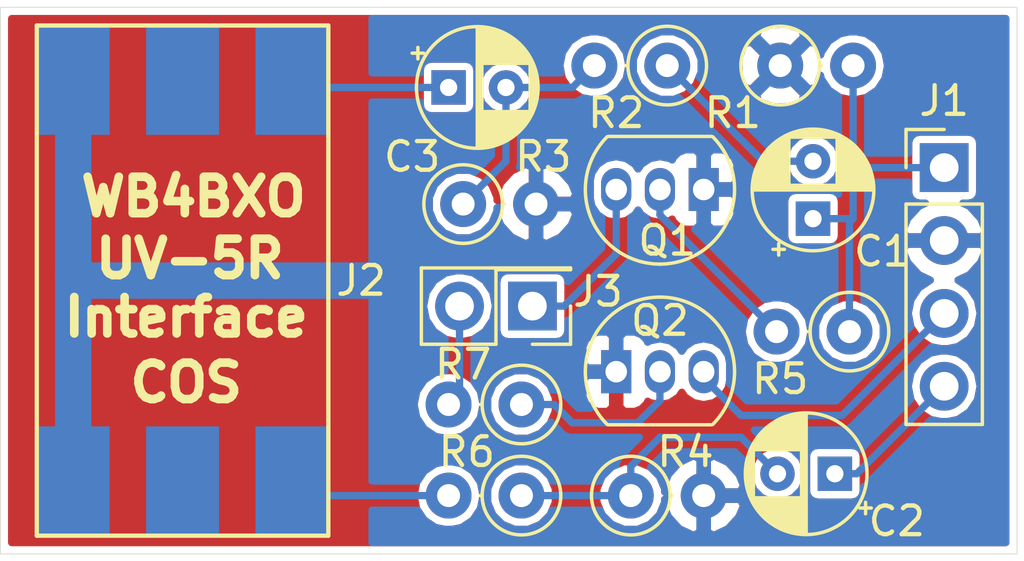
<source format=kicad_pcb>
(kicad_pcb (version 20171130) (host pcbnew "(5.0.2)-1")

  (general
    (thickness 1.6)
    (drawings 8)
    (tracks 44)
    (zones 0)
    (modules 15)
    (nets 16)
  )

  (page A)
  (title_block
    (title "UV-5R Interface with COS")
    (date 2019-03-16)
    (rev V02)
    (company WB4BXO)
    (comment 2 creativecommons.org/licenses/by/4.0)
    (comment 3 "License CC by 4.0")
    (comment 4 "Author: Steve Mobley")
  )

  (layers
    (0 F.Cu signal hide)
    (31 B.Cu signal)
    (32 B.Adhes user hide)
    (33 F.Adhes user hide)
    (34 B.Paste user hide)
    (35 F.Paste user hide)
    (36 B.SilkS user hide)
    (37 F.SilkS user)
    (38 B.Mask user)
    (39 F.Mask user)
    (40 Dwgs.User user hide)
    (41 Cmts.User user hide)
    (42 Eco1.User user hide)
    (43 Eco2.User user hide)
    (44 Edge.Cuts user)
    (45 Margin user hide)
    (46 B.CrtYd user hide)
    (47 F.CrtYd user hide)
    (48 B.Fab user hide)
    (49 F.Fab user hide)
  )

  (setup
    (last_trace_width 0.254)
    (trace_clearance 0.254)
    (zone_clearance 0.254)
    (zone_45_only no)
    (trace_min 0.1524)
    (segment_width 0.2)
    (edge_width 0.0254)
    (via_size 0.762)
    (via_drill 0.381)
    (via_min_size 0.508)
    (via_min_drill 0.3)
    (uvia_size 0.762)
    (uvia_drill 0.381)
    (uvias_allowed no)
    (uvia_min_size 0.2)
    (uvia_min_drill 0.1)
    (pcb_text_width 0.3)
    (pcb_text_size 1.5 1.5)
    (mod_edge_width 0.15)
    (mod_text_size 1 1)
    (mod_text_width 0.15)
    (pad_size 2.54 3.81)
    (pad_drill 0)
    (pad_to_mask_clearance 0.0508)
    (solder_mask_min_width 0.127)
    (aux_axis_origin 0 0)
    (visible_elements 7FFFFFFF)
    (pcbplotparams
      (layerselection 0x010fc_ffffffff)
      (usegerberextensions false)
      (usegerberattributes false)
      (usegerberadvancedattributes false)
      (creategerberjobfile false)
      (excludeedgelayer true)
      (linewidth 0.100000)
      (plotframeref false)
      (viasonmask false)
      (mode 1)
      (useauxorigin false)
      (hpglpennumber 1)
      (hpglpenspeed 20)
      (hpglpendiameter 15.000000)
      (psnegative false)
      (psa4output false)
      (plotreference true)
      (plotvalue true)
      (plotinvisibletext false)
      (padsonsilk false)
      (subtractmaskfromsilk false)
      (outputformat 1)
      (mirror false)
      (drillshape 1)
      (scaleselection 1)
      (outputdirectory ""))
  )

  (net 0 "")
  (net 1 "Net-(C1-Pad1)")
  (net 2 "Net-(C1-Pad2)")
  (net 3 "Net-(C2-Pad1)")
  (net 4 "Net-(C2-Pad2)")
  (net 5 "Net-(C3-Pad2)")
  (net 6 "Net-(C3-Pad1)")
  (net 7 GND)
  (net 8 "Net-(J1-Pad3)")
  (net 9 "Net-(J2-Pad2)")
  (net 10 "Net-(J2-Pad5)")
  (net 11 "Net-(Q1-Pad2)")
  (net 12 "Net-(Q2-Pad2)")
  (net 13 "Net-(J2-Pad3)")
  (net 14 "Net-(J3-Pad2)")
  (net 15 "Net-(J3-Pad1)")

  (net_class Default "This is the default net class."
    (clearance 0.254)
    (trace_width 0.254)
    (via_dia 0.762)
    (via_drill 0.381)
    (uvia_dia 0.762)
    (uvia_drill 0.381)
    (diff_pair_gap 0.254)
    (diff_pair_width 0.2032)
    (add_net GND)
    (add_net "Net-(C1-Pad1)")
    (add_net "Net-(C1-Pad2)")
    (add_net "Net-(C2-Pad1)")
    (add_net "Net-(C2-Pad2)")
    (add_net "Net-(C3-Pad1)")
    (add_net "Net-(C3-Pad2)")
    (add_net "Net-(J1-Pad3)")
    (add_net "Net-(J2-Pad2)")
    (add_net "Net-(J2-Pad3)")
    (add_net "Net-(J2-Pad5)")
    (add_net "Net-(J3-Pad1)")
    (add_net "Net-(J3-Pad2)")
    (add_net "Net-(Q1-Pad2)")
    (add_net "Net-(Q2-Pad2)")
  )

  (module Connector_PinHeader_2.54mm:PinHeader_1x04_P2.54mm_Vertical (layer F.Cu) (tedit 5C8D3F3E) (tstamp 5C8C75DB)
    (at 83.693 81.788)
    (descr "Through hole straight pin header, 1x04, 2.54mm pitch, single row")
    (tags "Through hole pin header THT 1x04 2.54mm single row")
    (path /5C7F1713)
    (fp_text reference J1 (at 0 -2.33) (layer F.SilkS)
      (effects (font (size 1 1) (thickness 0.15)))
    )
    (fp_text value Radio (at 0 9.95) (layer F.Fab)
      (effects (font (size 1 1) (thickness 0.15)))
    )
    (fp_line (start -0.635 -1.27) (end 1.27 -1.27) (layer F.Fab) (width 0.1))
    (fp_line (start 1.27 -1.27) (end 1.27 8.89) (layer F.Fab) (width 0.1))
    (fp_line (start 1.27 8.89) (end -1.27 8.89) (layer F.Fab) (width 0.1))
    (fp_line (start -1.27 8.89) (end -1.27 -0.635) (layer F.Fab) (width 0.1))
    (fp_line (start -1.27 -0.635) (end -0.635 -1.27) (layer F.Fab) (width 0.1))
    (fp_line (start -1.33 8.95) (end 1.33 8.95) (layer F.SilkS) (width 0.12))
    (fp_line (start -1.33 1.27) (end -1.33 8.95) (layer F.SilkS) (width 0.12))
    (fp_line (start 1.33 1.27) (end 1.33 8.95) (layer F.SilkS) (width 0.12))
    (fp_line (start -1.33 1.27) (end 1.33 1.27) (layer F.SilkS) (width 0.12))
    (fp_line (start -1.33 0) (end -1.33 -1.33) (layer F.SilkS) (width 0.12))
    (fp_line (start -1.33 -1.33) (end 0 -1.33) (layer F.SilkS) (width 0.12))
    (fp_line (start -1.8 -1.8) (end -1.8 9.4) (layer F.CrtYd) (width 0.05))
    (fp_line (start -1.8 9.4) (end 1.8 9.4) (layer F.CrtYd) (width 0.05))
    (fp_line (start 1.8 9.4) (end 1.8 -1.8) (layer F.CrtYd) (width 0.05))
    (fp_line (start 1.8 -1.8) (end -1.8 -1.8) (layer F.CrtYd) (width 0.05))
    (fp_text user %R (at 0 3.81 90) (layer F.Fab)
      (effects (font (size 1 1) (thickness 0.15)))
    )
    (pad 1 thru_hole rect (at 0 0) (size 1.7 1.7) (drill 1) (layers *.Cu *.Mask)
      (net 1 "Net-(C1-Pad1)"))
    (pad 2 thru_hole oval (at 0 2.54) (size 1.7 1.7) (drill 1) (layers *.Cu *.Mask)
      (net 7 GND))
    (pad 3 thru_hole oval (at 0 5.08) (size 1.7 1.7) (drill 1) (layers *.Cu *.Mask)
      (net 8 "Net-(J1-Pad3)"))
    (pad 4 thru_hole oval (at 0 7.62) (size 1.7 1.7) (drill 1) (layers *.Cu *.Mask)
      (net 3 "Net-(C2-Pad1)"))
    (model ${KISYS3DMOD}/Connector_PinHeader_2.54mm.3dshapes/PinHeader_1x04_P2.54mm_Vertical.wrl
      (at (xyz 0 0 0))
      (scale (xyz 1 1 1))
      (rotate (xyz 0 0 0))
    )
  )

  (module Capacitor_THT:CP_Radial_D4.0mm_P2.00mm (layer F.Cu) (tedit 5AE50EF0) (tstamp 5CB7D5BF)
    (at 79.121 83.566 90)
    (descr "CP, Radial series, Radial, pin pitch=2.00mm, , diameter=4mm, Electrolytic Capacitor")
    (tags "CP Radial series Radial pin pitch 2.00mm  diameter 4mm Electrolytic Capacitor")
    (path /5C7EDBFF)
    (fp_text reference C1 (at -1.143 2.413 180) (layer F.SilkS)
      (effects (font (size 1 1) (thickness 0.15)))
    )
    (fp_text value 1.5 (at 1 3.25 90) (layer F.Fab)
      (effects (font (size 1 1) (thickness 0.15)))
    )
    (fp_circle (center 1 0) (end 3 0) (layer F.Fab) (width 0.1))
    (fp_circle (center 1 0) (end 3.12 0) (layer F.SilkS) (width 0.12))
    (fp_circle (center 1 0) (end 3.25 0) (layer F.CrtYd) (width 0.05))
    (fp_line (start -0.702554 -0.8675) (end -0.302554 -0.8675) (layer F.Fab) (width 0.1))
    (fp_line (start -0.502554 -1.0675) (end -0.502554 -0.6675) (layer F.Fab) (width 0.1))
    (fp_line (start 1 -2.08) (end 1 2.08) (layer F.SilkS) (width 0.12))
    (fp_line (start 1.04 -2.08) (end 1.04 2.08) (layer F.SilkS) (width 0.12))
    (fp_line (start 1.08 -2.079) (end 1.08 2.079) (layer F.SilkS) (width 0.12))
    (fp_line (start 1.12 -2.077) (end 1.12 2.077) (layer F.SilkS) (width 0.12))
    (fp_line (start 1.16 -2.074) (end 1.16 2.074) (layer F.SilkS) (width 0.12))
    (fp_line (start 1.2 -2.071) (end 1.2 -0.84) (layer F.SilkS) (width 0.12))
    (fp_line (start 1.2 0.84) (end 1.2 2.071) (layer F.SilkS) (width 0.12))
    (fp_line (start 1.24 -2.067) (end 1.24 -0.84) (layer F.SilkS) (width 0.12))
    (fp_line (start 1.24 0.84) (end 1.24 2.067) (layer F.SilkS) (width 0.12))
    (fp_line (start 1.28 -2.062) (end 1.28 -0.84) (layer F.SilkS) (width 0.12))
    (fp_line (start 1.28 0.84) (end 1.28 2.062) (layer F.SilkS) (width 0.12))
    (fp_line (start 1.32 -2.056) (end 1.32 -0.84) (layer F.SilkS) (width 0.12))
    (fp_line (start 1.32 0.84) (end 1.32 2.056) (layer F.SilkS) (width 0.12))
    (fp_line (start 1.36 -2.05) (end 1.36 -0.84) (layer F.SilkS) (width 0.12))
    (fp_line (start 1.36 0.84) (end 1.36 2.05) (layer F.SilkS) (width 0.12))
    (fp_line (start 1.4 -2.042) (end 1.4 -0.84) (layer F.SilkS) (width 0.12))
    (fp_line (start 1.4 0.84) (end 1.4 2.042) (layer F.SilkS) (width 0.12))
    (fp_line (start 1.44 -2.034) (end 1.44 -0.84) (layer F.SilkS) (width 0.12))
    (fp_line (start 1.44 0.84) (end 1.44 2.034) (layer F.SilkS) (width 0.12))
    (fp_line (start 1.48 -2.025) (end 1.48 -0.84) (layer F.SilkS) (width 0.12))
    (fp_line (start 1.48 0.84) (end 1.48 2.025) (layer F.SilkS) (width 0.12))
    (fp_line (start 1.52 -2.016) (end 1.52 -0.84) (layer F.SilkS) (width 0.12))
    (fp_line (start 1.52 0.84) (end 1.52 2.016) (layer F.SilkS) (width 0.12))
    (fp_line (start 1.56 -2.005) (end 1.56 -0.84) (layer F.SilkS) (width 0.12))
    (fp_line (start 1.56 0.84) (end 1.56 2.005) (layer F.SilkS) (width 0.12))
    (fp_line (start 1.6 -1.994) (end 1.6 -0.84) (layer F.SilkS) (width 0.12))
    (fp_line (start 1.6 0.84) (end 1.6 1.994) (layer F.SilkS) (width 0.12))
    (fp_line (start 1.64 -1.982) (end 1.64 -0.84) (layer F.SilkS) (width 0.12))
    (fp_line (start 1.64 0.84) (end 1.64 1.982) (layer F.SilkS) (width 0.12))
    (fp_line (start 1.68 -1.968) (end 1.68 -0.84) (layer F.SilkS) (width 0.12))
    (fp_line (start 1.68 0.84) (end 1.68 1.968) (layer F.SilkS) (width 0.12))
    (fp_line (start 1.721 -1.954) (end 1.721 -0.84) (layer F.SilkS) (width 0.12))
    (fp_line (start 1.721 0.84) (end 1.721 1.954) (layer F.SilkS) (width 0.12))
    (fp_line (start 1.761 -1.94) (end 1.761 -0.84) (layer F.SilkS) (width 0.12))
    (fp_line (start 1.761 0.84) (end 1.761 1.94) (layer F.SilkS) (width 0.12))
    (fp_line (start 1.801 -1.924) (end 1.801 -0.84) (layer F.SilkS) (width 0.12))
    (fp_line (start 1.801 0.84) (end 1.801 1.924) (layer F.SilkS) (width 0.12))
    (fp_line (start 1.841 -1.907) (end 1.841 -0.84) (layer F.SilkS) (width 0.12))
    (fp_line (start 1.841 0.84) (end 1.841 1.907) (layer F.SilkS) (width 0.12))
    (fp_line (start 1.881 -1.889) (end 1.881 -0.84) (layer F.SilkS) (width 0.12))
    (fp_line (start 1.881 0.84) (end 1.881 1.889) (layer F.SilkS) (width 0.12))
    (fp_line (start 1.921 -1.87) (end 1.921 -0.84) (layer F.SilkS) (width 0.12))
    (fp_line (start 1.921 0.84) (end 1.921 1.87) (layer F.SilkS) (width 0.12))
    (fp_line (start 1.961 -1.851) (end 1.961 -0.84) (layer F.SilkS) (width 0.12))
    (fp_line (start 1.961 0.84) (end 1.961 1.851) (layer F.SilkS) (width 0.12))
    (fp_line (start 2.001 -1.83) (end 2.001 -0.84) (layer F.SilkS) (width 0.12))
    (fp_line (start 2.001 0.84) (end 2.001 1.83) (layer F.SilkS) (width 0.12))
    (fp_line (start 2.041 -1.808) (end 2.041 -0.84) (layer F.SilkS) (width 0.12))
    (fp_line (start 2.041 0.84) (end 2.041 1.808) (layer F.SilkS) (width 0.12))
    (fp_line (start 2.081 -1.785) (end 2.081 -0.84) (layer F.SilkS) (width 0.12))
    (fp_line (start 2.081 0.84) (end 2.081 1.785) (layer F.SilkS) (width 0.12))
    (fp_line (start 2.121 -1.76) (end 2.121 -0.84) (layer F.SilkS) (width 0.12))
    (fp_line (start 2.121 0.84) (end 2.121 1.76) (layer F.SilkS) (width 0.12))
    (fp_line (start 2.161 -1.735) (end 2.161 -0.84) (layer F.SilkS) (width 0.12))
    (fp_line (start 2.161 0.84) (end 2.161 1.735) (layer F.SilkS) (width 0.12))
    (fp_line (start 2.201 -1.708) (end 2.201 -0.84) (layer F.SilkS) (width 0.12))
    (fp_line (start 2.201 0.84) (end 2.201 1.708) (layer F.SilkS) (width 0.12))
    (fp_line (start 2.241 -1.68) (end 2.241 -0.84) (layer F.SilkS) (width 0.12))
    (fp_line (start 2.241 0.84) (end 2.241 1.68) (layer F.SilkS) (width 0.12))
    (fp_line (start 2.281 -1.65) (end 2.281 -0.84) (layer F.SilkS) (width 0.12))
    (fp_line (start 2.281 0.84) (end 2.281 1.65) (layer F.SilkS) (width 0.12))
    (fp_line (start 2.321 -1.619) (end 2.321 -0.84) (layer F.SilkS) (width 0.12))
    (fp_line (start 2.321 0.84) (end 2.321 1.619) (layer F.SilkS) (width 0.12))
    (fp_line (start 2.361 -1.587) (end 2.361 -0.84) (layer F.SilkS) (width 0.12))
    (fp_line (start 2.361 0.84) (end 2.361 1.587) (layer F.SilkS) (width 0.12))
    (fp_line (start 2.401 -1.552) (end 2.401 -0.84) (layer F.SilkS) (width 0.12))
    (fp_line (start 2.401 0.84) (end 2.401 1.552) (layer F.SilkS) (width 0.12))
    (fp_line (start 2.441 -1.516) (end 2.441 -0.84) (layer F.SilkS) (width 0.12))
    (fp_line (start 2.441 0.84) (end 2.441 1.516) (layer F.SilkS) (width 0.12))
    (fp_line (start 2.481 -1.478) (end 2.481 -0.84) (layer F.SilkS) (width 0.12))
    (fp_line (start 2.481 0.84) (end 2.481 1.478) (layer F.SilkS) (width 0.12))
    (fp_line (start 2.521 -1.438) (end 2.521 -0.84) (layer F.SilkS) (width 0.12))
    (fp_line (start 2.521 0.84) (end 2.521 1.438) (layer F.SilkS) (width 0.12))
    (fp_line (start 2.561 -1.396) (end 2.561 -0.84) (layer F.SilkS) (width 0.12))
    (fp_line (start 2.561 0.84) (end 2.561 1.396) (layer F.SilkS) (width 0.12))
    (fp_line (start 2.601 -1.351) (end 2.601 -0.84) (layer F.SilkS) (width 0.12))
    (fp_line (start 2.601 0.84) (end 2.601 1.351) (layer F.SilkS) (width 0.12))
    (fp_line (start 2.641 -1.304) (end 2.641 -0.84) (layer F.SilkS) (width 0.12))
    (fp_line (start 2.641 0.84) (end 2.641 1.304) (layer F.SilkS) (width 0.12))
    (fp_line (start 2.681 -1.254) (end 2.681 -0.84) (layer F.SilkS) (width 0.12))
    (fp_line (start 2.681 0.84) (end 2.681 1.254) (layer F.SilkS) (width 0.12))
    (fp_line (start 2.721 -1.2) (end 2.721 -0.84) (layer F.SilkS) (width 0.12))
    (fp_line (start 2.721 0.84) (end 2.721 1.2) (layer F.SilkS) (width 0.12))
    (fp_line (start 2.761 -1.142) (end 2.761 -0.84) (layer F.SilkS) (width 0.12))
    (fp_line (start 2.761 0.84) (end 2.761 1.142) (layer F.SilkS) (width 0.12))
    (fp_line (start 2.801 -1.08) (end 2.801 -0.84) (layer F.SilkS) (width 0.12))
    (fp_line (start 2.801 0.84) (end 2.801 1.08) (layer F.SilkS) (width 0.12))
    (fp_line (start 2.841 -1.013) (end 2.841 1.013) (layer F.SilkS) (width 0.12))
    (fp_line (start 2.881 -0.94) (end 2.881 0.94) (layer F.SilkS) (width 0.12))
    (fp_line (start 2.921 -0.859) (end 2.921 0.859) (layer F.SilkS) (width 0.12))
    (fp_line (start 2.961 -0.768) (end 2.961 0.768) (layer F.SilkS) (width 0.12))
    (fp_line (start 3.001 -0.664) (end 3.001 0.664) (layer F.SilkS) (width 0.12))
    (fp_line (start 3.041 -0.537) (end 3.041 0.537) (layer F.SilkS) (width 0.12))
    (fp_line (start 3.081 -0.37) (end 3.081 0.37) (layer F.SilkS) (width 0.12))
    (fp_line (start -1.269801 -1.195) (end -0.869801 -1.195) (layer F.SilkS) (width 0.12))
    (fp_line (start -1.069801 -1.395) (end -1.069801 -0.995) (layer F.SilkS) (width 0.12))
    (fp_text user %R (at 1 0 90) (layer F.Fab)
      (effects (font (size 0.8 0.8) (thickness 0.12)))
    )
    (pad 1 thru_hole rect (at 0 0 90) (size 1.2 1.2) (drill 0.6) (layers *.Cu *.Mask)
      (net 1 "Net-(C1-Pad1)"))
    (pad 2 thru_hole circle (at 2 0 90) (size 1.2 1.2) (drill 0.6) (layers *.Cu *.Mask)
      (net 2 "Net-(C1-Pad2)"))
    (model ${KISYS3DMOD}/Capacitor_THT.3dshapes/CP_Radial_D4.0mm_P2.00mm.wrl
      (at (xyz 0 0 0))
      (scale (xyz 1 1 1))
      (rotate (xyz 0 0 0))
    )
  )

  (module Connector_PinHeader_2.54mm:PinHeader_2x01_P2.54mm_Vertical (layer F.Cu) (tedit 59FED5CC) (tstamp 5CB7C731)
    (at 69.342 86.614 180)
    (descr "Through hole straight pin header, 2x01, 2.54mm pitch, double rows")
    (tags "Through hole pin header THT 2x01 2.54mm double row")
    (path /5CA17D3F)
    (fp_text reference J3 (at -2.286 0.508 180) (layer F.SilkS)
      (effects (font (size 1 1) (thickness 0.15)))
    )
    (fp_text value Aux (at 1.27 2.33 180) (layer F.Fab)
      (effects (font (size 1 1) (thickness 0.15)))
    )
    (fp_text user %R (at 1.27 0 270) (layer F.Fab)
      (effects (font (size 1 1) (thickness 0.15)))
    )
    (fp_line (start 4.35 -1.8) (end -1.8 -1.8) (layer F.CrtYd) (width 0.05))
    (fp_line (start 4.35 1.8) (end 4.35 -1.8) (layer F.CrtYd) (width 0.05))
    (fp_line (start -1.8 1.8) (end 4.35 1.8) (layer F.CrtYd) (width 0.05))
    (fp_line (start -1.8 -1.8) (end -1.8 1.8) (layer F.CrtYd) (width 0.05))
    (fp_line (start -1.33 -1.33) (end 0 -1.33) (layer F.SilkS) (width 0.12))
    (fp_line (start -1.33 0) (end -1.33 -1.33) (layer F.SilkS) (width 0.12))
    (fp_line (start 1.27 -1.33) (end 3.87 -1.33) (layer F.SilkS) (width 0.12))
    (fp_line (start 1.27 1.27) (end 1.27 -1.33) (layer F.SilkS) (width 0.12))
    (fp_line (start -1.33 1.27) (end 1.27 1.27) (layer F.SilkS) (width 0.12))
    (fp_line (start 3.87 -1.33) (end 3.87 1.33) (layer F.SilkS) (width 0.12))
    (fp_line (start -1.33 1.27) (end -1.33 1.33) (layer F.SilkS) (width 0.12))
    (fp_line (start -1.33 1.33) (end 3.87 1.33) (layer F.SilkS) (width 0.12))
    (fp_line (start -1.27 0) (end 0 -1.27) (layer F.Fab) (width 0.1))
    (fp_line (start -1.27 1.27) (end -1.27 0) (layer F.Fab) (width 0.1))
    (fp_line (start 3.81 1.27) (end -1.27 1.27) (layer F.Fab) (width 0.1))
    (fp_line (start 3.81 -1.27) (end 3.81 1.27) (layer F.Fab) (width 0.1))
    (fp_line (start 0 -1.27) (end 3.81 -1.27) (layer F.Fab) (width 0.1))
    (pad 2 thru_hole oval (at 2.54 0 180) (size 1.7 1.7) (drill 1) (layers *.Cu *.Mask)
      (net 14 "Net-(J3-Pad2)"))
    (pad 1 thru_hole rect (at 0 0 180) (size 1.7 1.7) (drill 1) (layers *.Cu *.Mask)
      (net 15 "Net-(J3-Pad1)"))
    (model ${KISYS3DMOD}/Connector_PinHeader_2.54mm.3dshapes/PinHeader_2x01_P2.54mm_Vertical.wrl
      (at (xyz 0 0 0))
      (scale (xyz 1 1 1))
      (rotate (xyz 0 0 0))
    )
  )

  (module "stuff:AUDIO JACKS" (layer F.Cu) (tedit 5C9EE558) (tstamp 5CAB7183)
    (at 55.88 85.725)
    (path /5C7F071C)
    (fp_text reference J2 (at 7.493 0) (layer F.SilkS)
      (effects (font (size 1 1) (thickness 0.15)))
    )
    (fp_text value "Sound Card" (at 1.27 -2.54) (layer F.Fab)
      (effects (font (size 1 1) (thickness 0.15)))
    )
    (fp_line (start -3.81 -8.89) (end 6.35 -8.89) (layer F.SilkS) (width 0.15))
    (fp_line (start 6.35 -8.89) (end 6.35 8.89) (layer F.SilkS) (width 0.15))
    (fp_line (start 6.35 8.89) (end -3.81 8.89) (layer F.SilkS) (width 0.15))
    (fp_line (start -3.81 8.89) (end -3.81 -8.89) (layer F.SilkS) (width 0.15))
    (pad 1 smd rect (at -2.54 6.985) (size 2.54 3.81) (layers B.Cu B.Mask)
      (net 7 GND))
    (pad 2 smd rect (at 1.27 6.985) (size 2.54 3.81) (layers B.Cu B.Mask)
      (net 9 "Net-(J2-Pad2)"))
    (pad 3 smd rect (at 5.08 6.985) (size 2.54 3.81) (layers B.Cu B.Mask)
      (net 13 "Net-(J2-Pad3)"))
    (pad 4 smd rect (at 5.08 -6.985) (size 2.54 3.81) (layers B.Cu B.Mask)
      (net 6 "Net-(C3-Pad1)"))
    (pad 5 smd rect (at 1.27 -6.985) (size 2.54 3.81) (layers B.Cu B.Mask)
      (net 10 "Net-(J2-Pad5)"))
    (pad 6 smd rect (at -2.54 -6.985) (size 2.54 3.81) (layers B.Cu B.Mask)
      (net 7 GND))
  )

  (module Resistor_THT:R_Axial_DIN0207_L6.3mm_D2.5mm_P2.54mm_Vertical (layer F.Cu) (tedit 5AE5139B) (tstamp 5C8C7664)
    (at 80.391 87.503 180)
    (descr "Resistor, Axial_DIN0207 series, Axial, Vertical, pin pitch=2.54mm, 0.25W = 1/4W, length*diameter=6.3*2.5mm^2, http://cdn-reichelt.de/documents/datenblatt/B400/1_4W%23YAG.pdf")
    (tags "Resistor Axial_DIN0207 series Axial Vertical pin pitch 2.54mm 0.25W = 1/4W length 6.3mm diameter 2.5mm")
    (path /5C7ED8AA)
    (fp_text reference R5 (at 2.413 -1.651) (layer F.SilkS)
      (effects (font (size 1 1) (thickness 0.15)))
    )
    (fp_text value 2K (at 1.27 2.37 180) (layer F.Fab)
      (effects (font (size 1 1) (thickness 0.15)))
    )
    (fp_text user %R (at 1.27 -2.37 180) (layer F.Fab)
      (effects (font (size 1 1) (thickness 0.15)))
    )
    (fp_line (start 3.59 -1.5) (end -1.5 -1.5) (layer F.CrtYd) (width 0.05))
    (fp_line (start 3.59 1.5) (end 3.59 -1.5) (layer F.CrtYd) (width 0.05))
    (fp_line (start -1.5 1.5) (end 3.59 1.5) (layer F.CrtYd) (width 0.05))
    (fp_line (start -1.5 -1.5) (end -1.5 1.5) (layer F.CrtYd) (width 0.05))
    (fp_line (start 1.37 0) (end 1.44 0) (layer F.SilkS) (width 0.12))
    (fp_line (start 0 0) (end 2.54 0) (layer F.Fab) (width 0.1))
    (fp_circle (center 0 0) (end 1.37 0) (layer F.SilkS) (width 0.12))
    (fp_circle (center 0 0) (end 1.25 0) (layer F.Fab) (width 0.1))
    (pad 2 thru_hole oval (at 2.54 0 180) (size 1.6 1.6) (drill 0.8) (layers *.Cu *.Mask)
      (net 11 "Net-(Q1-Pad2)"))
    (pad 1 thru_hole circle (at 0 0 180) (size 1.6 1.6) (drill 0.8) (layers *.Cu *.Mask)
      (net 1 "Net-(C1-Pad1)"))
    (model ${KISYS3DMOD}/Resistor_THT.3dshapes/R_Axial_DIN0207_L6.3mm_D2.5mm_P2.54mm_Vertical.wrl
      (at (xyz 0 0 0))
      (scale (xyz 1 1 1))
      (rotate (xyz 0 0 0))
    )
  )

  (module Package_TO_SOT_THT:TO-92_Inline (layer F.Cu) (tedit 5C8DB8B6) (tstamp 5C8C7619)
    (at 72.517 88.9)
    (descr "TO-92 leads in-line, narrow, oval pads, drill 0.75mm (see NXP sot054_po.pdf)")
    (tags "to-92 sc-43 sc-43a sot54 PA33 transistor")
    (path /5C7ED40C)
    (fp_text reference Q2 (at 1.27 -1.778) (layer F.SilkS)
      (effects (font (size 1 1) (thickness 0.15)))
    )
    (fp_text value 2N3904 (at 1.27 2.79) (layer F.Fab)
      (effects (font (size 1 1) (thickness 0.15)))
    )
    (fp_arc (start 1.27 0) (end 1.27 -2.6) (angle 135) (layer F.SilkS) (width 0.12))
    (fp_arc (start 1.27 0) (end 1.27 -2.48) (angle -135) (layer F.Fab) (width 0.1))
    (fp_arc (start 1.27 0) (end 1.27 -2.6) (angle -135) (layer F.SilkS) (width 0.12))
    (fp_arc (start 1.27 0) (end 1.27 -2.48) (angle 135) (layer F.Fab) (width 0.1))
    (fp_line (start 4 2.01) (end -1.46 2.01) (layer F.CrtYd) (width 0.05))
    (fp_line (start 4 2.01) (end 4 -2.73) (layer F.CrtYd) (width 0.05))
    (fp_line (start -1.46 -2.73) (end -1.46 2.01) (layer F.CrtYd) (width 0.05))
    (fp_line (start -1.46 -2.73) (end 4 -2.73) (layer F.CrtYd) (width 0.05))
    (fp_line (start -0.5 1.75) (end 3 1.75) (layer F.Fab) (width 0.1))
    (fp_line (start -0.53 1.85) (end 3.07 1.85) (layer F.SilkS) (width 0.12))
    (fp_text user %R (at 1.27 -3.56) (layer F.Fab)
      (effects (font (size 1 1) (thickness 0.15)))
    )
    (pad 1 thru_hole rect (at -0.254 0) (size 1.05 1.5) (drill 0.75) (layers *.Cu *.Mask)
      (net 7 GND))
    (pad 3 thru_hole oval (at 2.794 0) (size 1.05 1.5) (drill 0.75) (layers *.Cu *.Mask)
      (net 8 "Net-(J1-Pad3)"))
    (pad 2 thru_hole oval (at 1.27 0) (size 1.05 1.5) (drill 0.75) (layers *.Cu *.Mask)
      (net 12 "Net-(Q2-Pad2)"))
    (model ${KISYS3DMOD}/Package_TO_SOT_THT.3dshapes/TO-92_Inline.wrl
      (at (xyz 0 0 0))
      (scale (xyz 1 1 1))
      (rotate (xyz 0 0 0))
    )
  )

  (module Package_TO_SOT_THT:TO-92_Inline (layer F.Cu) (tedit 5C8DB87D) (tstamp 5C8C7607)
    (at 75.057 82.55 180)
    (descr "TO-92 leads in-line, narrow, oval pads, drill 0.75mm (see NXP sot054_po.pdf)")
    (tags "to-92 sc-43 sc-43a sot54 PA33 transistor")
    (path /5C7ED32E)
    (fp_text reference Q1 (at 1.016 -1.778 180) (layer F.SilkS)
      (effects (font (size 1 1) (thickness 0.15)))
    )
    (fp_text value 2N3904 (at 1.27 2.79 270) (layer F.Fab)
      (effects (font (size 1 1) (thickness 0.15)))
    )
    (fp_text user %R (at 1.27 -3.56 180) (layer F.Fab)
      (effects (font (size 1 1) (thickness 0.15)))
    )
    (fp_line (start -0.53 1.85) (end 3.07 1.85) (layer F.SilkS) (width 0.12))
    (fp_line (start -0.5 1.75) (end 3 1.75) (layer F.Fab) (width 0.1))
    (fp_line (start -1.46 -2.73) (end 4 -2.73) (layer F.CrtYd) (width 0.05))
    (fp_line (start -1.46 -2.73) (end -1.46 2.01) (layer F.CrtYd) (width 0.05))
    (fp_line (start 4 2.01) (end 4 -2.73) (layer F.CrtYd) (width 0.05))
    (fp_line (start 4 2.01) (end -1.46 2.01) (layer F.CrtYd) (width 0.05))
    (fp_arc (start 1.27 0) (end 1.27 -2.48) (angle 135) (layer F.Fab) (width 0.1))
    (fp_arc (start 1.27 0) (end 1.27 -2.6) (angle -135) (layer F.SilkS) (width 0.12))
    (fp_arc (start 1.27 0) (end 1.27 -2.48) (angle -135) (layer F.Fab) (width 0.1))
    (fp_arc (start 1.27 0) (end 1.27 -2.6) (angle 135) (layer F.SilkS) (width 0.12))
    (pad 2 thru_hole oval (at 1.27 0 180) (size 1.05 1.5) (drill 0.75) (layers *.Cu *.Mask)
      (net 11 "Net-(Q1-Pad2)"))
    (pad 3 thru_hole oval (at 2.794 0 180) (size 1.05 1.5) (drill 0.75) (layers *.Cu *.Mask)
      (net 15 "Net-(J3-Pad1)"))
    (pad 1 thru_hole rect (at -0.254 0 180) (size 1.05 1.5) (drill 0.75) (layers *.Cu *.Mask)
      (net 7 GND))
    (model ${KISYS3DMOD}/Package_TO_SOT_THT.3dshapes/TO-92_Inline.wrl
      (at (xyz 0 0 0))
      (scale (xyz 1 1 1))
      (rotate (xyz 0 0 0))
    )
  )

  (module Resistor_THT:R_Axial_DIN0207_L6.3mm_D2.5mm_P2.54mm_Vertical (layer F.Cu) (tedit 5AE5139B) (tstamp 5C8C7628)
    (at 77.978 78.232)
    (descr "Resistor, Axial_DIN0207 series, Axial, Vertical, pin pitch=2.54mm, 0.25W = 1/4W, length*diameter=6.3*2.5mm^2, http://cdn-reichelt.de/documents/datenblatt/B400/1_4W%23YAG.pdf")
    (tags "Resistor Axial_DIN0207 series Axial Vertical pin pitch 2.54mm 0.25W = 1/4W length 6.3mm diameter 2.5mm")
    (path /5C7ED75B)
    (fp_text reference R1 (at -1.651 1.651 180) (layer F.SilkS)
      (effects (font (size 1 1) (thickness 0.15)))
    )
    (fp_text value 10K (at 1.27 2.37) (layer F.Fab)
      (effects (font (size 1 1) (thickness 0.15)))
    )
    (fp_circle (center 0 0) (end 1.25 0) (layer F.Fab) (width 0.1))
    (fp_circle (center 0 0) (end 1.37 0) (layer F.SilkS) (width 0.12))
    (fp_line (start 0 0) (end 2.54 0) (layer F.Fab) (width 0.1))
    (fp_line (start 1.37 0) (end 1.44 0) (layer F.SilkS) (width 0.12))
    (fp_line (start -1.5 -1.5) (end -1.5 1.5) (layer F.CrtYd) (width 0.05))
    (fp_line (start -1.5 1.5) (end 3.59 1.5) (layer F.CrtYd) (width 0.05))
    (fp_line (start 3.59 1.5) (end 3.59 -1.5) (layer F.CrtYd) (width 0.05))
    (fp_line (start 3.59 -1.5) (end -1.5 -1.5) (layer F.CrtYd) (width 0.05))
    (fp_text user %R (at 1.27 -2.37) (layer F.Fab)
      (effects (font (size 1 1) (thickness 0.15)))
    )
    (pad 1 thru_hole circle (at 0 0) (size 1.6 1.6) (drill 0.8) (layers *.Cu *.Mask)
      (net 7 GND))
    (pad 2 thru_hole oval (at 2.54 0) (size 1.6 1.6) (drill 0.8) (layers *.Cu *.Mask)
      (net 1 "Net-(C1-Pad1)"))
    (model ${KISYS3DMOD}/Resistor_THT.3dshapes/R_Axial_DIN0207_L6.3mm_D2.5mm_P2.54mm_Vertical.wrl
      (at (xyz 0 0 0))
      (scale (xyz 1 1 1))
      (rotate (xyz 0 0 0))
    )
  )

  (module Resistor_THT:R_Axial_DIN0207_L6.3mm_D2.5mm_P2.54mm_Vertical (layer F.Cu) (tedit 5AE5139B) (tstamp 5C8C7682)
    (at 68.961 90.043 180)
    (descr "Resistor, Axial_DIN0207 series, Axial, Vertical, pin pitch=2.54mm, 0.25W = 1/4W, length*diameter=6.3*2.5mm^2, http://cdn-reichelt.de/documents/datenblatt/B400/1_4W%23YAG.pdf")
    (tags "Resistor Axial_DIN0207 series Axial Vertical pin pitch 2.54mm 0.25W = 1/4W length 6.3mm diameter 2.5mm")
    (path /5C7ED90C)
    (fp_text reference R7 (at 2.032 1.397 180) (layer F.SilkS)
      (effects (font (size 1 1) (thickness 0.15)))
    )
    (fp_text value 4.7K (at 1.27 2.37 180) (layer F.Fab)
      (effects (font (size 1 1) (thickness 0.15)))
    )
    (fp_circle (center 0 0) (end 1.25 0) (layer F.Fab) (width 0.1))
    (fp_circle (center 0 0) (end 1.37 0) (layer F.SilkS) (width 0.12))
    (fp_line (start 0 0) (end 2.54 0) (layer F.Fab) (width 0.1))
    (fp_line (start 1.37 0) (end 1.44 0) (layer F.SilkS) (width 0.12))
    (fp_line (start -1.5 -1.5) (end -1.5 1.5) (layer F.CrtYd) (width 0.05))
    (fp_line (start -1.5 1.5) (end 3.59 1.5) (layer F.CrtYd) (width 0.05))
    (fp_line (start 3.59 1.5) (end 3.59 -1.5) (layer F.CrtYd) (width 0.05))
    (fp_line (start 3.59 -1.5) (end -1.5 -1.5) (layer F.CrtYd) (width 0.05))
    (fp_text user %R (at 1.27 -2.37 180) (layer F.Fab)
      (effects (font (size 1 1) (thickness 0.15)))
    )
    (pad 1 thru_hole circle (at 0 0 180) (size 1.6 1.6) (drill 0.8) (layers *.Cu *.Mask)
      (net 12 "Net-(Q2-Pad2)"))
    (pad 2 thru_hole oval (at 2.54 0 180) (size 1.6 1.6) (drill 0.8) (layers *.Cu *.Mask)
      (net 14 "Net-(J3-Pad2)"))
    (model ${KISYS3DMOD}/Resistor_THT.3dshapes/R_Axial_DIN0207_L6.3mm_D2.5mm_P2.54mm_Vertical.wrl
      (at (xyz 0 0 0))
      (scale (xyz 1 1 1))
      (rotate (xyz 0 0 0))
    )
  )

  (module Capacitor_THT:CP_Radial_D4.0mm_P2.00mm (layer F.Cu) (tedit 5AE50EF0) (tstamp 5C8C7557)
    (at 79.883 92.456 180)
    (descr "CP, Radial series, Radial, pin pitch=2.00mm, , diameter=4mm, Electrolytic Capacitor")
    (tags "CP Radial series Radial pin pitch 2.00mm  diameter 4mm Electrolytic Capacitor")
    (path /5C7EDD23)
    (fp_text reference C2 (at -2.159 -1.651 180) (layer F.SilkS)
      (effects (font (size 1 1) (thickness 0.15)))
    )
    (fp_text value 1.5 (at 1 3.25 180) (layer F.Fab)
      (effects (font (size 1 1) (thickness 0.15)))
    )
    (fp_circle (center 1 0) (end 3 0) (layer F.Fab) (width 0.1))
    (fp_circle (center 1 0) (end 3.12 0) (layer F.SilkS) (width 0.12))
    (fp_circle (center 1 0) (end 3.25 0) (layer F.CrtYd) (width 0.05))
    (fp_line (start -0.702554 -0.8675) (end -0.302554 -0.8675) (layer F.Fab) (width 0.1))
    (fp_line (start -0.502554 -1.0675) (end -0.502554 -0.6675) (layer F.Fab) (width 0.1))
    (fp_line (start 1 -2.08) (end 1 2.08) (layer F.SilkS) (width 0.12))
    (fp_line (start 1.04 -2.08) (end 1.04 2.08) (layer F.SilkS) (width 0.12))
    (fp_line (start 1.08 -2.079) (end 1.08 2.079) (layer F.SilkS) (width 0.12))
    (fp_line (start 1.12 -2.077) (end 1.12 2.077) (layer F.SilkS) (width 0.12))
    (fp_line (start 1.16 -2.074) (end 1.16 2.074) (layer F.SilkS) (width 0.12))
    (fp_line (start 1.2 -2.071) (end 1.2 -0.84) (layer F.SilkS) (width 0.12))
    (fp_line (start 1.2 0.84) (end 1.2 2.071) (layer F.SilkS) (width 0.12))
    (fp_line (start 1.24 -2.067) (end 1.24 -0.84) (layer F.SilkS) (width 0.12))
    (fp_line (start 1.24 0.84) (end 1.24 2.067) (layer F.SilkS) (width 0.12))
    (fp_line (start 1.28 -2.062) (end 1.28 -0.84) (layer F.SilkS) (width 0.12))
    (fp_line (start 1.28 0.84) (end 1.28 2.062) (layer F.SilkS) (width 0.12))
    (fp_line (start 1.32 -2.056) (end 1.32 -0.84) (layer F.SilkS) (width 0.12))
    (fp_line (start 1.32 0.84) (end 1.32 2.056) (layer F.SilkS) (width 0.12))
    (fp_line (start 1.36 -2.05) (end 1.36 -0.84) (layer F.SilkS) (width 0.12))
    (fp_line (start 1.36 0.84) (end 1.36 2.05) (layer F.SilkS) (width 0.12))
    (fp_line (start 1.4 -2.042) (end 1.4 -0.84) (layer F.SilkS) (width 0.12))
    (fp_line (start 1.4 0.84) (end 1.4 2.042) (layer F.SilkS) (width 0.12))
    (fp_line (start 1.44 -2.034) (end 1.44 -0.84) (layer F.SilkS) (width 0.12))
    (fp_line (start 1.44 0.84) (end 1.44 2.034) (layer F.SilkS) (width 0.12))
    (fp_line (start 1.48 -2.025) (end 1.48 -0.84) (layer F.SilkS) (width 0.12))
    (fp_line (start 1.48 0.84) (end 1.48 2.025) (layer F.SilkS) (width 0.12))
    (fp_line (start 1.52 -2.016) (end 1.52 -0.84) (layer F.SilkS) (width 0.12))
    (fp_line (start 1.52 0.84) (end 1.52 2.016) (layer F.SilkS) (width 0.12))
    (fp_line (start 1.56 -2.005) (end 1.56 -0.84) (layer F.SilkS) (width 0.12))
    (fp_line (start 1.56 0.84) (end 1.56 2.005) (layer F.SilkS) (width 0.12))
    (fp_line (start 1.6 -1.994) (end 1.6 -0.84) (layer F.SilkS) (width 0.12))
    (fp_line (start 1.6 0.84) (end 1.6 1.994) (layer F.SilkS) (width 0.12))
    (fp_line (start 1.64 -1.982) (end 1.64 -0.84) (layer F.SilkS) (width 0.12))
    (fp_line (start 1.64 0.84) (end 1.64 1.982) (layer F.SilkS) (width 0.12))
    (fp_line (start 1.68 -1.968) (end 1.68 -0.84) (layer F.SilkS) (width 0.12))
    (fp_line (start 1.68 0.84) (end 1.68 1.968) (layer F.SilkS) (width 0.12))
    (fp_line (start 1.721 -1.954) (end 1.721 -0.84) (layer F.SilkS) (width 0.12))
    (fp_line (start 1.721 0.84) (end 1.721 1.954) (layer F.SilkS) (width 0.12))
    (fp_line (start 1.761 -1.94) (end 1.761 -0.84) (layer F.SilkS) (width 0.12))
    (fp_line (start 1.761 0.84) (end 1.761 1.94) (layer F.SilkS) (width 0.12))
    (fp_line (start 1.801 -1.924) (end 1.801 -0.84) (layer F.SilkS) (width 0.12))
    (fp_line (start 1.801 0.84) (end 1.801 1.924) (layer F.SilkS) (width 0.12))
    (fp_line (start 1.841 -1.907) (end 1.841 -0.84) (layer F.SilkS) (width 0.12))
    (fp_line (start 1.841 0.84) (end 1.841 1.907) (layer F.SilkS) (width 0.12))
    (fp_line (start 1.881 -1.889) (end 1.881 -0.84) (layer F.SilkS) (width 0.12))
    (fp_line (start 1.881 0.84) (end 1.881 1.889) (layer F.SilkS) (width 0.12))
    (fp_line (start 1.921 -1.87) (end 1.921 -0.84) (layer F.SilkS) (width 0.12))
    (fp_line (start 1.921 0.84) (end 1.921 1.87) (layer F.SilkS) (width 0.12))
    (fp_line (start 1.961 -1.851) (end 1.961 -0.84) (layer F.SilkS) (width 0.12))
    (fp_line (start 1.961 0.84) (end 1.961 1.851) (layer F.SilkS) (width 0.12))
    (fp_line (start 2.001 -1.83) (end 2.001 -0.84) (layer F.SilkS) (width 0.12))
    (fp_line (start 2.001 0.84) (end 2.001 1.83) (layer F.SilkS) (width 0.12))
    (fp_line (start 2.041 -1.808) (end 2.041 -0.84) (layer F.SilkS) (width 0.12))
    (fp_line (start 2.041 0.84) (end 2.041 1.808) (layer F.SilkS) (width 0.12))
    (fp_line (start 2.081 -1.785) (end 2.081 -0.84) (layer F.SilkS) (width 0.12))
    (fp_line (start 2.081 0.84) (end 2.081 1.785) (layer F.SilkS) (width 0.12))
    (fp_line (start 2.121 -1.76) (end 2.121 -0.84) (layer F.SilkS) (width 0.12))
    (fp_line (start 2.121 0.84) (end 2.121 1.76) (layer F.SilkS) (width 0.12))
    (fp_line (start 2.161 -1.735) (end 2.161 -0.84) (layer F.SilkS) (width 0.12))
    (fp_line (start 2.161 0.84) (end 2.161 1.735) (layer F.SilkS) (width 0.12))
    (fp_line (start 2.201 -1.708) (end 2.201 -0.84) (layer F.SilkS) (width 0.12))
    (fp_line (start 2.201 0.84) (end 2.201 1.708) (layer F.SilkS) (width 0.12))
    (fp_line (start 2.241 -1.68) (end 2.241 -0.84) (layer F.SilkS) (width 0.12))
    (fp_line (start 2.241 0.84) (end 2.241 1.68) (layer F.SilkS) (width 0.12))
    (fp_line (start 2.281 -1.65) (end 2.281 -0.84) (layer F.SilkS) (width 0.12))
    (fp_line (start 2.281 0.84) (end 2.281 1.65) (layer F.SilkS) (width 0.12))
    (fp_line (start 2.321 -1.619) (end 2.321 -0.84) (layer F.SilkS) (width 0.12))
    (fp_line (start 2.321 0.84) (end 2.321 1.619) (layer F.SilkS) (width 0.12))
    (fp_line (start 2.361 -1.587) (end 2.361 -0.84) (layer F.SilkS) (width 0.12))
    (fp_line (start 2.361 0.84) (end 2.361 1.587) (layer F.SilkS) (width 0.12))
    (fp_line (start 2.401 -1.552) (end 2.401 -0.84) (layer F.SilkS) (width 0.12))
    (fp_line (start 2.401 0.84) (end 2.401 1.552) (layer F.SilkS) (width 0.12))
    (fp_line (start 2.441 -1.516) (end 2.441 -0.84) (layer F.SilkS) (width 0.12))
    (fp_line (start 2.441 0.84) (end 2.441 1.516) (layer F.SilkS) (width 0.12))
    (fp_line (start 2.481 -1.478) (end 2.481 -0.84) (layer F.SilkS) (width 0.12))
    (fp_line (start 2.481 0.84) (end 2.481 1.478) (layer F.SilkS) (width 0.12))
    (fp_line (start 2.521 -1.438) (end 2.521 -0.84) (layer F.SilkS) (width 0.12))
    (fp_line (start 2.521 0.84) (end 2.521 1.438) (layer F.SilkS) (width 0.12))
    (fp_line (start 2.561 -1.396) (end 2.561 -0.84) (layer F.SilkS) (width 0.12))
    (fp_line (start 2.561 0.84) (end 2.561 1.396) (layer F.SilkS) (width 0.12))
    (fp_line (start 2.601 -1.351) (end 2.601 -0.84) (layer F.SilkS) (width 0.12))
    (fp_line (start 2.601 0.84) (end 2.601 1.351) (layer F.SilkS) (width 0.12))
    (fp_line (start 2.641 -1.304) (end 2.641 -0.84) (layer F.SilkS) (width 0.12))
    (fp_line (start 2.641 0.84) (end 2.641 1.304) (layer F.SilkS) (width 0.12))
    (fp_line (start 2.681 -1.254) (end 2.681 -0.84) (layer F.SilkS) (width 0.12))
    (fp_line (start 2.681 0.84) (end 2.681 1.254) (layer F.SilkS) (width 0.12))
    (fp_line (start 2.721 -1.2) (end 2.721 -0.84) (layer F.SilkS) (width 0.12))
    (fp_line (start 2.721 0.84) (end 2.721 1.2) (layer F.SilkS) (width 0.12))
    (fp_line (start 2.761 -1.142) (end 2.761 -0.84) (layer F.SilkS) (width 0.12))
    (fp_line (start 2.761 0.84) (end 2.761 1.142) (layer F.SilkS) (width 0.12))
    (fp_line (start 2.801 -1.08) (end 2.801 -0.84) (layer F.SilkS) (width 0.12))
    (fp_line (start 2.801 0.84) (end 2.801 1.08) (layer F.SilkS) (width 0.12))
    (fp_line (start 2.841 -1.013) (end 2.841 1.013) (layer F.SilkS) (width 0.12))
    (fp_line (start 2.881 -0.94) (end 2.881 0.94) (layer F.SilkS) (width 0.12))
    (fp_line (start 2.921 -0.859) (end 2.921 0.859) (layer F.SilkS) (width 0.12))
    (fp_line (start 2.961 -0.768) (end 2.961 0.768) (layer F.SilkS) (width 0.12))
    (fp_line (start 3.001 -0.664) (end 3.001 0.664) (layer F.SilkS) (width 0.12))
    (fp_line (start 3.041 -0.537) (end 3.041 0.537) (layer F.SilkS) (width 0.12))
    (fp_line (start 3.081 -0.37) (end 3.081 0.37) (layer F.SilkS) (width 0.12))
    (fp_line (start -1.269801 -1.195) (end -0.869801 -1.195) (layer F.SilkS) (width 0.12))
    (fp_line (start -1.069801 -1.395) (end -1.069801 -0.995) (layer F.SilkS) (width 0.12))
    (fp_text user %R (at 1 0 180) (layer F.Fab)
      (effects (font (size 0.8 0.8) (thickness 0.12)))
    )
    (pad 1 thru_hole rect (at 0 0 180) (size 1.2 1.2) (drill 0.6) (layers *.Cu *.Mask)
      (net 3 "Net-(C2-Pad1)"))
    (pad 2 thru_hole circle (at 2 0 180) (size 1.2 1.2) (drill 0.6) (layers *.Cu *.Mask)
      (net 4 "Net-(C2-Pad2)"))
    (model ${KISYS3DMOD}/Capacitor_THT.3dshapes/CP_Radial_D4.0mm_P2.00mm.wrl
      (at (xyz 0 0 0))
      (scale (xyz 1 1 1))
      (rotate (xyz 0 0 0))
    )
  )

  (module Resistor_THT:R_Axial_DIN0207_L6.3mm_D2.5mm_P2.54mm_Vertical (layer F.Cu) (tedit 5AE5139B) (tstamp 5C8C7655)
    (at 72.771 93.218)
    (descr "Resistor, Axial_DIN0207 series, Axial, Vertical, pin pitch=2.54mm, 0.25W = 1/4W, length*diameter=6.3*2.5mm^2, http://cdn-reichelt.de/documents/datenblatt/B400/1_4W%23YAG.pdf")
    (tags "Resistor Axial_DIN0207 series Axial Vertical pin pitch 2.54mm 0.25W = 1/4W length 6.3mm diameter 2.5mm")
    (path /5C7ED7ED)
    (fp_text reference R4 (at 1.905 -1.524) (layer F.SilkS)
      (effects (font (size 1 1) (thickness 0.15)))
    )
    (fp_text value 2K (at 1.27 2.37) (layer F.Fab)
      (effects (font (size 1 1) (thickness 0.15)))
    )
    (fp_text user %R (at 1.27 -2.37) (layer F.Fab)
      (effects (font (size 1 1) (thickness 0.15)))
    )
    (fp_line (start 3.59 -1.5) (end -1.5 -1.5) (layer F.CrtYd) (width 0.05))
    (fp_line (start 3.59 1.5) (end 3.59 -1.5) (layer F.CrtYd) (width 0.05))
    (fp_line (start -1.5 1.5) (end 3.59 1.5) (layer F.CrtYd) (width 0.05))
    (fp_line (start -1.5 -1.5) (end -1.5 1.5) (layer F.CrtYd) (width 0.05))
    (fp_line (start 1.37 0) (end 1.44 0) (layer F.SilkS) (width 0.12))
    (fp_line (start 0 0) (end 2.54 0) (layer F.Fab) (width 0.1))
    (fp_circle (center 0 0) (end 1.37 0) (layer F.SilkS) (width 0.12))
    (fp_circle (center 0 0) (end 1.25 0) (layer F.Fab) (width 0.1))
    (pad 2 thru_hole oval (at 2.54 0) (size 1.6 1.6) (drill 0.8) (layers *.Cu *.Mask)
      (net 7 GND))
    (pad 1 thru_hole circle (at 0 0) (size 1.6 1.6) (drill 0.8) (layers *.Cu *.Mask)
      (net 4 "Net-(C2-Pad2)"))
    (model ${KISYS3DMOD}/Resistor_THT.3dshapes/R_Axial_DIN0207_L6.3mm_D2.5mm_P2.54mm_Vertical.wrl
      (at (xyz 0 0 0))
      (scale (xyz 1 1 1))
      (rotate (xyz 0 0 0))
    )
  )

  (module Capacitor_THT:CP_Radial_D4.0mm_P2.00mm (layer F.Cu) (tedit 5AE50EF0) (tstamp 5C8C75C3)
    (at 66.421 78.994)
    (descr "CP, Radial series, Radial, pin pitch=2.00mm, , diameter=4mm, Electrolytic Capacitor")
    (tags "CP Radial series Radial pin pitch 2.00mm  diameter 4mm Electrolytic Capacitor")
    (path /5C7EDC91)
    (fp_text reference C3 (at -1.27 2.413) (layer F.SilkS)
      (effects (font (size 1 1) (thickness 0.15)))
    )
    (fp_text value 1.5 (at 1 3.25) (layer F.Fab)
      (effects (font (size 1 1) (thickness 0.15)))
    )
    (fp_text user %R (at 1 0) (layer F.Fab)
      (effects (font (size 0.8 0.8) (thickness 0.12)))
    )
    (fp_line (start -1.069801 -1.395) (end -1.069801 -0.995) (layer F.SilkS) (width 0.12))
    (fp_line (start -1.269801 -1.195) (end -0.869801 -1.195) (layer F.SilkS) (width 0.12))
    (fp_line (start 3.081 -0.37) (end 3.081 0.37) (layer F.SilkS) (width 0.12))
    (fp_line (start 3.041 -0.537) (end 3.041 0.537) (layer F.SilkS) (width 0.12))
    (fp_line (start 3.001 -0.664) (end 3.001 0.664) (layer F.SilkS) (width 0.12))
    (fp_line (start 2.961 -0.768) (end 2.961 0.768) (layer F.SilkS) (width 0.12))
    (fp_line (start 2.921 -0.859) (end 2.921 0.859) (layer F.SilkS) (width 0.12))
    (fp_line (start 2.881 -0.94) (end 2.881 0.94) (layer F.SilkS) (width 0.12))
    (fp_line (start 2.841 -1.013) (end 2.841 1.013) (layer F.SilkS) (width 0.12))
    (fp_line (start 2.801 0.84) (end 2.801 1.08) (layer F.SilkS) (width 0.12))
    (fp_line (start 2.801 -1.08) (end 2.801 -0.84) (layer F.SilkS) (width 0.12))
    (fp_line (start 2.761 0.84) (end 2.761 1.142) (layer F.SilkS) (width 0.12))
    (fp_line (start 2.761 -1.142) (end 2.761 -0.84) (layer F.SilkS) (width 0.12))
    (fp_line (start 2.721 0.84) (end 2.721 1.2) (layer F.SilkS) (width 0.12))
    (fp_line (start 2.721 -1.2) (end 2.721 -0.84) (layer F.SilkS) (width 0.12))
    (fp_line (start 2.681 0.84) (end 2.681 1.254) (layer F.SilkS) (width 0.12))
    (fp_line (start 2.681 -1.254) (end 2.681 -0.84) (layer F.SilkS) (width 0.12))
    (fp_line (start 2.641 0.84) (end 2.641 1.304) (layer F.SilkS) (width 0.12))
    (fp_line (start 2.641 -1.304) (end 2.641 -0.84) (layer F.SilkS) (width 0.12))
    (fp_line (start 2.601 0.84) (end 2.601 1.351) (layer F.SilkS) (width 0.12))
    (fp_line (start 2.601 -1.351) (end 2.601 -0.84) (layer F.SilkS) (width 0.12))
    (fp_line (start 2.561 0.84) (end 2.561 1.396) (layer F.SilkS) (width 0.12))
    (fp_line (start 2.561 -1.396) (end 2.561 -0.84) (layer F.SilkS) (width 0.12))
    (fp_line (start 2.521 0.84) (end 2.521 1.438) (layer F.SilkS) (width 0.12))
    (fp_line (start 2.521 -1.438) (end 2.521 -0.84) (layer F.SilkS) (width 0.12))
    (fp_line (start 2.481 0.84) (end 2.481 1.478) (layer F.SilkS) (width 0.12))
    (fp_line (start 2.481 -1.478) (end 2.481 -0.84) (layer F.SilkS) (width 0.12))
    (fp_line (start 2.441 0.84) (end 2.441 1.516) (layer F.SilkS) (width 0.12))
    (fp_line (start 2.441 -1.516) (end 2.441 -0.84) (layer F.SilkS) (width 0.12))
    (fp_line (start 2.401 0.84) (end 2.401 1.552) (layer F.SilkS) (width 0.12))
    (fp_line (start 2.401 -1.552) (end 2.401 -0.84) (layer F.SilkS) (width 0.12))
    (fp_line (start 2.361 0.84) (end 2.361 1.587) (layer F.SilkS) (width 0.12))
    (fp_line (start 2.361 -1.587) (end 2.361 -0.84) (layer F.SilkS) (width 0.12))
    (fp_line (start 2.321 0.84) (end 2.321 1.619) (layer F.SilkS) (width 0.12))
    (fp_line (start 2.321 -1.619) (end 2.321 -0.84) (layer F.SilkS) (width 0.12))
    (fp_line (start 2.281 0.84) (end 2.281 1.65) (layer F.SilkS) (width 0.12))
    (fp_line (start 2.281 -1.65) (end 2.281 -0.84) (layer F.SilkS) (width 0.12))
    (fp_line (start 2.241 0.84) (end 2.241 1.68) (layer F.SilkS) (width 0.12))
    (fp_line (start 2.241 -1.68) (end 2.241 -0.84) (layer F.SilkS) (width 0.12))
    (fp_line (start 2.201 0.84) (end 2.201 1.708) (layer F.SilkS) (width 0.12))
    (fp_line (start 2.201 -1.708) (end 2.201 -0.84) (layer F.SilkS) (width 0.12))
    (fp_line (start 2.161 0.84) (end 2.161 1.735) (layer F.SilkS) (width 0.12))
    (fp_line (start 2.161 -1.735) (end 2.161 -0.84) (layer F.SilkS) (width 0.12))
    (fp_line (start 2.121 0.84) (end 2.121 1.76) (layer F.SilkS) (width 0.12))
    (fp_line (start 2.121 -1.76) (end 2.121 -0.84) (layer F.SilkS) (width 0.12))
    (fp_line (start 2.081 0.84) (end 2.081 1.785) (layer F.SilkS) (width 0.12))
    (fp_line (start 2.081 -1.785) (end 2.081 -0.84) (layer F.SilkS) (width 0.12))
    (fp_line (start 2.041 0.84) (end 2.041 1.808) (layer F.SilkS) (width 0.12))
    (fp_line (start 2.041 -1.808) (end 2.041 -0.84) (layer F.SilkS) (width 0.12))
    (fp_line (start 2.001 0.84) (end 2.001 1.83) (layer F.SilkS) (width 0.12))
    (fp_line (start 2.001 -1.83) (end 2.001 -0.84) (layer F.SilkS) (width 0.12))
    (fp_line (start 1.961 0.84) (end 1.961 1.851) (layer F.SilkS) (width 0.12))
    (fp_line (start 1.961 -1.851) (end 1.961 -0.84) (layer F.SilkS) (width 0.12))
    (fp_line (start 1.921 0.84) (end 1.921 1.87) (layer F.SilkS) (width 0.12))
    (fp_line (start 1.921 -1.87) (end 1.921 -0.84) (layer F.SilkS) (width 0.12))
    (fp_line (start 1.881 0.84) (end 1.881 1.889) (layer F.SilkS) (width 0.12))
    (fp_line (start 1.881 -1.889) (end 1.881 -0.84) (layer F.SilkS) (width 0.12))
    (fp_line (start 1.841 0.84) (end 1.841 1.907) (layer F.SilkS) (width 0.12))
    (fp_line (start 1.841 -1.907) (end 1.841 -0.84) (layer F.SilkS) (width 0.12))
    (fp_line (start 1.801 0.84) (end 1.801 1.924) (layer F.SilkS) (width 0.12))
    (fp_line (start 1.801 -1.924) (end 1.801 -0.84) (layer F.SilkS) (width 0.12))
    (fp_line (start 1.761 0.84) (end 1.761 1.94) (layer F.SilkS) (width 0.12))
    (fp_line (start 1.761 -1.94) (end 1.761 -0.84) (layer F.SilkS) (width 0.12))
    (fp_line (start 1.721 0.84) (end 1.721 1.954) (layer F.SilkS) (width 0.12))
    (fp_line (start 1.721 -1.954) (end 1.721 -0.84) (layer F.SilkS) (width 0.12))
    (fp_line (start 1.68 0.84) (end 1.68 1.968) (layer F.SilkS) (width 0.12))
    (fp_line (start 1.68 -1.968) (end 1.68 -0.84) (layer F.SilkS) (width 0.12))
    (fp_line (start 1.64 0.84) (end 1.64 1.982) (layer F.SilkS) (width 0.12))
    (fp_line (start 1.64 -1.982) (end 1.64 -0.84) (layer F.SilkS) (width 0.12))
    (fp_line (start 1.6 0.84) (end 1.6 1.994) (layer F.SilkS) (width 0.12))
    (fp_line (start 1.6 -1.994) (end 1.6 -0.84) (layer F.SilkS) (width 0.12))
    (fp_line (start 1.56 0.84) (end 1.56 2.005) (layer F.SilkS) (width 0.12))
    (fp_line (start 1.56 -2.005) (end 1.56 -0.84) (layer F.SilkS) (width 0.12))
    (fp_line (start 1.52 0.84) (end 1.52 2.016) (layer F.SilkS) (width 0.12))
    (fp_line (start 1.52 -2.016) (end 1.52 -0.84) (layer F.SilkS) (width 0.12))
    (fp_line (start 1.48 0.84) (end 1.48 2.025) (layer F.SilkS) (width 0.12))
    (fp_line (start 1.48 -2.025) (end 1.48 -0.84) (layer F.SilkS) (width 0.12))
    (fp_line (start 1.44 0.84) (end 1.44 2.034) (layer F.SilkS) (width 0.12))
    (fp_line (start 1.44 -2.034) (end 1.44 -0.84) (layer F.SilkS) (width 0.12))
    (fp_line (start 1.4 0.84) (end 1.4 2.042) (layer F.SilkS) (width 0.12))
    (fp_line (start 1.4 -2.042) (end 1.4 -0.84) (layer F.SilkS) (width 0.12))
    (fp_line (start 1.36 0.84) (end 1.36 2.05) (layer F.SilkS) (width 0.12))
    (fp_line (start 1.36 -2.05) (end 1.36 -0.84) (layer F.SilkS) (width 0.12))
    (fp_line (start 1.32 0.84) (end 1.32 2.056) (layer F.SilkS) (width 0.12))
    (fp_line (start 1.32 -2.056) (end 1.32 -0.84) (layer F.SilkS) (width 0.12))
    (fp_line (start 1.28 0.84) (end 1.28 2.062) (layer F.SilkS) (width 0.12))
    (fp_line (start 1.28 -2.062) (end 1.28 -0.84) (layer F.SilkS) (width 0.12))
    (fp_line (start 1.24 0.84) (end 1.24 2.067) (layer F.SilkS) (width 0.12))
    (fp_line (start 1.24 -2.067) (end 1.24 -0.84) (layer F.SilkS) (width 0.12))
    (fp_line (start 1.2 0.84) (end 1.2 2.071) (layer F.SilkS) (width 0.12))
    (fp_line (start 1.2 -2.071) (end 1.2 -0.84) (layer F.SilkS) (width 0.12))
    (fp_line (start 1.16 -2.074) (end 1.16 2.074) (layer F.SilkS) (width 0.12))
    (fp_line (start 1.12 -2.077) (end 1.12 2.077) (layer F.SilkS) (width 0.12))
    (fp_line (start 1.08 -2.079) (end 1.08 2.079) (layer F.SilkS) (width 0.12))
    (fp_line (start 1.04 -2.08) (end 1.04 2.08) (layer F.SilkS) (width 0.12))
    (fp_line (start 1 -2.08) (end 1 2.08) (layer F.SilkS) (width 0.12))
    (fp_line (start -0.502554 -1.0675) (end -0.502554 -0.6675) (layer F.Fab) (width 0.1))
    (fp_line (start -0.702554 -0.8675) (end -0.302554 -0.8675) (layer F.Fab) (width 0.1))
    (fp_circle (center 1 0) (end 3.25 0) (layer F.CrtYd) (width 0.05))
    (fp_circle (center 1 0) (end 3.12 0) (layer F.SilkS) (width 0.12))
    (fp_circle (center 1 0) (end 3 0) (layer F.Fab) (width 0.1))
    (pad 2 thru_hole circle (at 2 0) (size 1.2 1.2) (drill 0.6) (layers *.Cu *.Mask)
      (net 5 "Net-(C3-Pad2)"))
    (pad 1 thru_hole rect (at 0 0) (size 1.2 1.2) (drill 0.6) (layers *.Cu *.Mask)
      (net 6 "Net-(C3-Pad1)"))
    (model ${KISYS3DMOD}/Capacitor_THT.3dshapes/CP_Radial_D4.0mm_P2.00mm.wrl
      (at (xyz 0 0 0))
      (scale (xyz 1 1 1))
      (rotate (xyz 0 0 0))
    )
  )

  (module Resistor_THT:R_Axial_DIN0207_L6.3mm_D2.5mm_P2.54mm_Vertical (layer F.Cu) (tedit 5AE5139B) (tstamp 5C8C7637)
    (at 74.041 78.232 180)
    (descr "Resistor, Axial_DIN0207 series, Axial, Vertical, pin pitch=2.54mm, 0.25W = 1/4W, length*diameter=6.3*2.5mm^2, http://cdn-reichelt.de/documents/datenblatt/B400/1_4W%23YAG.pdf")
    (tags "Resistor Axial_DIN0207 series Axial Vertical pin pitch 2.54mm 0.25W = 1/4W length 6.3mm diameter 2.5mm")
    (path /5C7ED87D)
    (fp_text reference R2 (at 1.778 -1.651) (layer F.SilkS)
      (effects (font (size 1 1) (thickness 0.15)))
    )
    (fp_text value 10K (at 1.27 2.37 180) (layer F.Fab)
      (effects (font (size 1 1) (thickness 0.15)))
    )
    (fp_circle (center 0 0) (end 1.25 0) (layer F.Fab) (width 0.1))
    (fp_circle (center 0 0) (end 1.37 0) (layer F.SilkS) (width 0.12))
    (fp_line (start 0 0) (end 2.54 0) (layer F.Fab) (width 0.1))
    (fp_line (start 1.37 0) (end 1.44 0) (layer F.SilkS) (width 0.12))
    (fp_line (start -1.5 -1.5) (end -1.5 1.5) (layer F.CrtYd) (width 0.05))
    (fp_line (start -1.5 1.5) (end 3.59 1.5) (layer F.CrtYd) (width 0.05))
    (fp_line (start 3.59 1.5) (end 3.59 -1.5) (layer F.CrtYd) (width 0.05))
    (fp_line (start 3.59 -1.5) (end -1.5 -1.5) (layer F.CrtYd) (width 0.05))
    (fp_text user %R (at 1.27 -2.37 180) (layer F.Fab)
      (effects (font (size 1 1) (thickness 0.15)))
    )
    (pad 1 thru_hole circle (at 0 0 180) (size 1.6 1.6) (drill 0.8) (layers *.Cu *.Mask)
      (net 2 "Net-(C1-Pad2)"))
    (pad 2 thru_hole oval (at 2.54 0 180) (size 1.6 1.6) (drill 0.8) (layers *.Cu *.Mask)
      (net 5 "Net-(C3-Pad2)"))
    (model ${KISYS3DMOD}/Resistor_THT.3dshapes/R_Axial_DIN0207_L6.3mm_D2.5mm_P2.54mm_Vertical.wrl
      (at (xyz 0 0 0))
      (scale (xyz 1 1 1))
      (rotate (xyz 0 0 0))
    )
  )

  (module Resistor_THT:R_Axial_DIN0207_L6.3mm_D2.5mm_P2.54mm_Vertical (layer F.Cu) (tedit 5AE5139B) (tstamp 5C8C7646)
    (at 66.929 83.058)
    (descr "Resistor, Axial_DIN0207 series, Axial, Vertical, pin pitch=2.54mm, 0.25W = 1/4W, length*diameter=6.3*2.5mm^2, http://cdn-reichelt.de/documents/datenblatt/B400/1_4W%23YAG.pdf")
    (tags "Resistor Axial_DIN0207 series Axial Vertical pin pitch 2.54mm 0.25W = 1/4W length 6.3mm diameter 2.5mm")
    (path /5C7EE0D7)
    (fp_text reference R3 (at 2.794 -1.651) (layer F.SilkS)
      (effects (font (size 1 1) (thickness 0.15)))
    )
    (fp_text value 4.7K (at 1.27 2.37) (layer F.Fab)
      (effects (font (size 1 1) (thickness 0.15)))
    )
    (fp_circle (center 0 0) (end 1.25 0) (layer F.Fab) (width 0.1))
    (fp_circle (center 0 0) (end 1.37 0) (layer F.SilkS) (width 0.12))
    (fp_line (start 0 0) (end 2.54 0) (layer F.Fab) (width 0.1))
    (fp_line (start 1.37 0) (end 1.44 0) (layer F.SilkS) (width 0.12))
    (fp_line (start -1.5 -1.5) (end -1.5 1.5) (layer F.CrtYd) (width 0.05))
    (fp_line (start -1.5 1.5) (end 3.59 1.5) (layer F.CrtYd) (width 0.05))
    (fp_line (start 3.59 1.5) (end 3.59 -1.5) (layer F.CrtYd) (width 0.05))
    (fp_line (start 3.59 -1.5) (end -1.5 -1.5) (layer F.CrtYd) (width 0.05))
    (fp_text user %R (at 1.27 -2.37) (layer F.Fab)
      (effects (font (size 1 1) (thickness 0.15)))
    )
    (pad 1 thru_hole circle (at 0 0) (size 1.6 1.6) (drill 0.8) (layers *.Cu *.Mask)
      (net 5 "Net-(C3-Pad2)"))
    (pad 2 thru_hole oval (at 2.54 0) (size 1.6 1.6) (drill 0.8) (layers *.Cu *.Mask)
      (net 7 GND))
    (model ${KISYS3DMOD}/Resistor_THT.3dshapes/R_Axial_DIN0207_L6.3mm_D2.5mm_P2.54mm_Vertical.wrl
      (at (xyz 0 0 0))
      (scale (xyz 1 1 1))
      (rotate (xyz 0 0 0))
    )
  )

  (module Resistor_THT:R_Axial_DIN0207_L6.3mm_D2.5mm_P2.54mm_Vertical (layer F.Cu) (tedit 5AE5139B) (tstamp 5C8C7673)
    (at 68.961 93.218 180)
    (descr "Resistor, Axial_DIN0207 series, Axial, Vertical, pin pitch=2.54mm, 0.25W = 1/4W, length*diameter=6.3*2.5mm^2, http://cdn-reichelt.de/documents/datenblatt/B400/1_4W%23YAG.pdf")
    (tags "Resistor Axial_DIN0207 series Axial Vertical pin pitch 2.54mm 0.25W = 1/4W length 6.3mm diameter 2.5mm")
    (path /5C7ED9DE)
    (fp_text reference R6 (at 1.905 1.524 180) (layer F.SilkS)
      (effects (font (size 1 1) (thickness 0.15)))
    )
    (fp_text value 4.7K (at 1.27 2.37 180) (layer F.Fab)
      (effects (font (size 1 1) (thickness 0.15)))
    )
    (fp_text user %R (at 1.27 -2.37 180) (layer F.Fab)
      (effects (font (size 1 1) (thickness 0.15)))
    )
    (fp_line (start 3.59 -1.5) (end -1.5 -1.5) (layer F.CrtYd) (width 0.05))
    (fp_line (start 3.59 1.5) (end 3.59 -1.5) (layer F.CrtYd) (width 0.05))
    (fp_line (start -1.5 1.5) (end 3.59 1.5) (layer F.CrtYd) (width 0.05))
    (fp_line (start -1.5 -1.5) (end -1.5 1.5) (layer F.CrtYd) (width 0.05))
    (fp_line (start 1.37 0) (end 1.44 0) (layer F.SilkS) (width 0.12))
    (fp_line (start 0 0) (end 2.54 0) (layer F.Fab) (width 0.1))
    (fp_circle (center 0 0) (end 1.37 0) (layer F.SilkS) (width 0.12))
    (fp_circle (center 0 0) (end 1.25 0) (layer F.Fab) (width 0.1))
    (pad 2 thru_hole oval (at 2.54 0 180) (size 1.6 1.6) (drill 0.8) (layers *.Cu *.Mask)
      (net 13 "Net-(J2-Pad3)"))
    (pad 1 thru_hole circle (at 0 0 180) (size 1.6 1.6) (drill 0.8) (layers *.Cu *.Mask)
      (net 4 "Net-(C2-Pad2)"))
    (model ${KISYS3DMOD}/Resistor_THT.3dshapes/R_Axial_DIN0207_L6.3mm_D2.5mm_P2.54mm_Vertical.wrl
      (at (xyz 0 0 0))
      (scale (xyz 1 1 1))
      (rotate (xyz 0 0 0))
    )
  )

  (gr_text COS (at 57.277 89.281) (layer F.SilkS) (tstamp 5CAB83D9)
    (effects (font (size 1.27 1.27) (thickness 0.3)))
  )
  (gr_text Interface (at 57.277 86.995) (layer F.SilkS) (tstamp 5CAB83D9)
    (effects (font (size 1.27 1.27) (thickness 0.3)))
  )
  (gr_text UV-5R (at 57.404 84.963) (layer F.SilkS)
    (effects (font (size 1.27 1.27) (thickness 0.3)))
  )
  (gr_text WB4BXO (at 57.531 82.804) (layer F.SilkS)
    (effects (font (size 1.27 1.27) (thickness 0.3)))
  )
  (gr_line (start 50.8 95.25) (end 50.8 76.2) (layer Edge.Cuts) (width 0.0254))
  (gr_line (start 86.233 95.25) (end 50.8 95.25) (layer Edge.Cuts) (width 0.0254))
  (gr_line (start 86.233 76.2) (end 86.233 95.25) (layer Edge.Cuts) (width 0.0254))
  (gr_line (start 50.8 76.2) (end 86.233 76.2) (layer Edge.Cuts) (width 0.0254))

  (segment (start 80.518 81.788) (end 80.518 78.232) (width 0.254) (layer B.Cu) (net 1))
  (segment (start 83.693 81.788) (end 80.518 81.788) (width 0.254) (layer B.Cu) (net 1))
  (segment (start 80.518 81.788) (end 80.518 83.566) (width 0.254) (layer B.Cu) (net 1))
  (segment (start 80.518 83.566) (end 79.121 83.566) (width 0.254) (layer B.Cu) (net 1))
  (segment (start 80.391 83.693) (end 80.391 87.503) (width 0.254) (layer B.Cu) (net 1))
  (segment (start 80.518 83.566) (end 80.391 83.693) (width 0.254) (layer B.Cu) (net 1))
  (segment (start 77.375 81.566) (end 74.041 78.232) (width 0.254) (layer B.Cu) (net 2))
  (segment (start 79.121 81.566) (end 77.375 81.566) (width 0.254) (layer B.Cu) (net 2))
  (segment (start 80.645 92.456) (end 79.883 92.456) (width 0.254) (layer B.Cu) (net 3))
  (segment (start 83.693 89.408) (end 80.645 92.456) (width 0.254) (layer B.Cu) (net 3))
  (segment (start 68.961 93.218) (end 72.771 93.218) (width 0.254) (layer B.Cu) (net 4))
  (segment (start 76.613 91.186) (end 77.883 92.456) (width 0.254) (layer B.Cu) (net 4))
  (segment (start 73.787 91.186) (end 76.613 91.186) (width 0.254) (layer B.Cu) (net 4))
  (segment (start 72.771 93.218) (end 72.771 92.202) (width 0.254) (layer B.Cu) (net 4))
  (segment (start 72.771 92.202) (end 73.787 91.186) (width 0.254) (layer B.Cu) (net 4))
  (segment (start 70.739 78.994) (end 71.501 78.232) (width 0.254) (layer B.Cu) (net 5))
  (segment (start 68.421 78.994) (end 70.739 78.994) (width 0.254) (layer B.Cu) (net 5))
  (segment (start 68.421 81.566) (end 66.929 83.058) (width 0.254) (layer B.Cu) (net 5))
  (segment (start 68.421 78.994) (end 68.421 81.566) (width 0.254) (layer B.Cu) (net 5))
  (segment (start 61.087 78.994) (end 60.96 78.867) (width 0.254) (layer B.Cu) (net 6))
  (segment (start 66.421 78.994) (end 61.087 78.994) (width 0.254) (layer B.Cu) (net 6))
  (segment (start 53.34 85.344) (end 53.34 78.867) (width 1.27) (layer B.Cu) (net 7))
  (segment (start 53.34 92.837) (end 53.34 85.344) (width 1.27) (layer B.Cu) (net 7))
  (segment (start 53.721 85.725) (end 64.77 85.725) (width 1.27) (layer B.Cu) (net 7))
  (segment (start 53.34 85.344) (end 53.721 85.725) (width 1.27) (layer B.Cu) (net 7))
  (segment (start 83.693 86.868) (end 80.137 90.424) (width 0.254) (layer B.Cu) (net 8))
  (segment (start 80.137 90.424) (end 76.61 90.424) (width 0.254) (layer B.Cu) (net 8))
  (segment (start 75.311 89.125) (end 75.311 88.9) (width 0.254) (layer B.Cu) (net 8))
  (segment (start 76.61 90.424) (end 75.311 89.125) (width 0.254) (layer B.Cu) (net 8))
  (segment (start 73.787 83.439) (end 73.787 82.55) (width 0.254) (layer B.Cu) (net 11))
  (segment (start 77.851 87.503) (end 73.787 83.439) (width 0.254) (layer B.Cu) (net 11))
  (segment (start 70.09237 90.043) (end 68.961 90.043) (width 0.254) (layer B.Cu) (net 12))
  (segment (start 70.72737 90.678) (end 70.09237 90.043) (width 0.254) (layer B.Cu) (net 12))
  (segment (start 73.013 90.678) (end 70.72737 90.678) (width 0.254) (layer B.Cu) (net 12))
  (segment (start 73.787 88.9) (end 73.787 89.904) (width 0.254) (layer B.Cu) (net 12))
  (segment (start 73.787 89.904) (end 73.013 90.678) (width 0.254) (layer B.Cu) (net 12))
  (segment (start 66.167 92.964) (end 66.421 93.218) (width 0.254) (layer B.Cu) (net 13))
  (segment (start 61.341 93.218) (end 60.96 92.837) (width 0.254) (layer B.Cu) (net 13))
  (segment (start 66.421 93.218) (end 61.341 93.218) (width 0.254) (layer B.Cu) (net 13))
  (segment (start 66.802 89.662) (end 66.421 90.043) (width 0.254) (layer B.Cu) (net 14))
  (segment (start 66.802 86.614) (end 66.802 89.662) (width 0.254) (layer B.Cu) (net 14))
  (segment (start 70.446 86.614) (end 69.342 86.614) (width 0.254) (layer B.Cu) (net 15))
  (segment (start 72.263 84.797) (end 70.446 86.614) (width 0.254) (layer B.Cu) (net 15))
  (segment (start 72.263 82.55) (end 72.263 84.797) (width 0.254) (layer B.Cu) (net 15))

  (zone (net 7) (net_name GND) (layer B.Cu) (tstamp 0) (hatch edge 0.508)
    (connect_pads (clearance 0.254))
    (min_thickness 0.254)
    (fill yes (arc_segments 16) (thermal_gap 0.508) (thermal_bridge_width 0.508))
    (polygon
      (pts
        (xy 63.627 75.946) (xy 86.487 75.946) (xy 86.487 95.504) (xy 63.627 95.504)
      )
    )
    (filled_polygon
      (pts
        (xy 85.839301 94.8563) (xy 63.754 94.8563) (xy 63.754 93.726) (xy 65.340058 93.726) (xy 65.569547 94.069453)
        (xy 65.960197 94.330478) (xy 66.304682 94.399) (xy 66.537318 94.399) (xy 66.881803 94.330478) (xy 67.272453 94.069453)
        (xy 67.533478 93.678803) (xy 67.625137 93.218) (xy 67.533478 92.757197) (xy 67.272453 92.366547) (xy 66.881803 92.105522)
        (xy 66.537318 92.037) (xy 66.304682 92.037) (xy 65.960197 92.105522) (xy 65.569547 92.366547) (xy 65.340058 92.71)
        (xy 63.754 92.71) (xy 63.754 90.043) (xy 65.216863 90.043) (xy 65.308522 90.503803) (xy 65.569547 90.894453)
        (xy 65.960197 91.155478) (xy 66.304682 91.224) (xy 66.537318 91.224) (xy 66.881803 91.155478) (xy 67.272453 90.894453)
        (xy 67.533478 90.503803) (xy 67.625137 90.043) (xy 67.57841 89.808085) (xy 67.78 89.808085) (xy 67.78 90.277915)
        (xy 67.959797 90.711983) (xy 68.292017 91.044203) (xy 68.726085 91.224) (xy 69.195915 91.224) (xy 69.629983 91.044203)
        (xy 69.962203 90.711983) (xy 69.985848 90.654899) (xy 70.332784 91.001835) (xy 70.361123 91.044247) (xy 70.403535 91.072586)
        (xy 70.403537 91.072588) (xy 70.468656 91.116098) (xy 70.529158 91.156525) (xy 70.677338 91.186) (xy 70.677342 91.186)
        (xy 70.72737 91.195951) (xy 70.777398 91.186) (xy 72.962972 91.186) (xy 73.013 91.195951) (xy 73.063028 91.186)
        (xy 73.063032 91.186) (xy 73.069957 91.184623) (xy 72.447166 91.807414) (xy 72.404754 91.835753) (xy 72.376415 91.878165)
        (xy 72.376412 91.878168) (xy 72.292475 92.003789) (xy 72.263402 92.149949) (xy 72.102017 92.216797) (xy 71.769797 92.549017)
        (xy 71.703116 92.71) (xy 70.028884 92.71) (xy 69.962203 92.549017) (xy 69.629983 92.216797) (xy 69.195915 92.037)
        (xy 68.726085 92.037) (xy 68.292017 92.216797) (xy 67.959797 92.549017) (xy 67.78 92.983085) (xy 67.78 93.452915)
        (xy 67.959797 93.886983) (xy 68.292017 94.219203) (xy 68.726085 94.399) (xy 69.195915 94.399) (xy 69.629983 94.219203)
        (xy 69.962203 93.886983) (xy 70.028884 93.726) (xy 71.703116 93.726) (xy 71.769797 93.886983) (xy 72.102017 94.219203)
        (xy 72.536085 94.399) (xy 73.005915 94.399) (xy 73.439983 94.219203) (xy 73.772203 93.886983) (xy 73.952 93.452915)
        (xy 73.952 93.345002) (xy 74.041084 93.345002) (xy 73.919096 93.567039) (xy 74.079959 93.955423) (xy 74.455866 94.370389)
        (xy 74.961959 94.609914) (xy 75.184 94.488629) (xy 75.184 93.345) (xy 75.438 93.345) (xy 75.438 94.488629)
        (xy 75.660041 94.609914) (xy 76.166134 94.370389) (xy 76.542041 93.955423) (xy 76.702904 93.567039) (xy 76.580915 93.345)
        (xy 75.438 93.345) (xy 75.184 93.345) (xy 75.164 93.345) (xy 75.164 93.091) (xy 75.184 93.091)
        (xy 75.184 91.947371) (xy 75.438 91.947371) (xy 75.438 93.091) (xy 76.580915 93.091) (xy 76.702904 92.868961)
        (xy 76.542041 92.480577) (xy 76.166134 92.065611) (xy 75.660041 91.826086) (xy 75.438 91.947371) (xy 75.184 91.947371)
        (xy 74.961959 91.826086) (xy 74.455866 92.065611) (xy 74.079959 92.480577) (xy 73.919096 92.868961) (xy 74.041084 93.090998)
        (xy 73.952 93.090998) (xy 73.952 92.983085) (xy 73.772203 92.549017) (xy 73.457303 92.234117) (xy 73.997421 91.694)
        (xy 76.40258 91.694) (xy 76.921755 92.213175) (xy 76.902 92.260867) (xy 76.902 92.651133) (xy 77.051348 93.011692)
        (xy 77.327308 93.287652) (xy 77.687867 93.437) (xy 78.078133 93.437) (xy 78.438692 93.287652) (xy 78.714652 93.011692)
        (xy 78.864 92.651133) (xy 78.864 92.260867) (xy 78.714652 91.900308) (xy 78.670344 91.856) (xy 78.894536 91.856)
        (xy 78.894536 93.056) (xy 78.924106 93.204659) (xy 79.008314 93.330686) (xy 79.134341 93.414894) (xy 79.283 93.444464)
        (xy 80.483 93.444464) (xy 80.631659 93.414894) (xy 80.757686 93.330686) (xy 80.841894 93.204659) (xy 80.871464 93.056)
        (xy 80.871464 92.915648) (xy 81.011247 92.822247) (xy 81.039588 92.779832) (xy 83.245348 90.574073) (xy 83.571761 90.639)
        (xy 83.814239 90.639) (xy 84.173312 90.567576) (xy 84.580501 90.295501) (xy 84.852576 89.888312) (xy 84.948116 89.408)
        (xy 84.852576 88.927688) (xy 84.580501 88.520499) (xy 84.173312 88.248424) (xy 83.814239 88.177) (xy 83.571761 88.177)
        (xy 83.212688 88.248424) (xy 82.805499 88.520499) (xy 82.533424 88.927688) (xy 82.437884 89.408) (xy 82.526927 89.855652)
        (xy 80.775142 91.607438) (xy 80.757686 91.581314) (xy 80.631659 91.497106) (xy 80.483 91.467536) (xy 79.283 91.467536)
        (xy 79.134341 91.497106) (xy 79.008314 91.581314) (xy 78.924106 91.707341) (xy 78.894536 91.856) (xy 78.670344 91.856)
        (xy 78.438692 91.624348) (xy 78.078133 91.475) (xy 77.687867 91.475) (xy 77.640175 91.494755) (xy 77.07742 90.932)
        (xy 80.086972 90.932) (xy 80.137 90.941951) (xy 80.187028 90.932) (xy 80.187032 90.932) (xy 80.335212 90.902525)
        (xy 80.503247 90.790247) (xy 80.531588 90.747832) (xy 83.245348 88.034072) (xy 83.571761 88.099) (xy 83.814239 88.099)
        (xy 84.173312 88.027576) (xy 84.580501 87.755501) (xy 84.852576 87.348312) (xy 84.948116 86.868) (xy 84.852576 86.387688)
        (xy 84.580501 85.980499) (xy 84.176037 85.710245) (xy 84.574358 85.523183) (xy 84.964645 85.094924) (xy 85.134476 84.68489)
        (xy 85.013155 84.455) (xy 83.82 84.455) (xy 83.82 84.475) (xy 83.566 84.475) (xy 83.566 84.455)
        (xy 82.372845 84.455) (xy 82.251524 84.68489) (xy 82.421355 85.094924) (xy 82.811642 85.523183) (xy 83.209963 85.710245)
        (xy 82.805499 85.980499) (xy 82.533424 86.387688) (xy 82.437884 86.868) (xy 82.526928 87.315652) (xy 79.92658 89.916)
        (xy 76.82042 89.916) (xy 76.200683 89.296263) (xy 76.217 89.21423) (xy 76.217 88.58577) (xy 76.164433 88.321497)
        (xy 75.964189 88.021811) (xy 75.664502 87.821567) (xy 75.311 87.751251) (xy 74.957497 87.821567) (xy 74.657811 88.021811)
        (xy 74.549 88.184658) (xy 74.440189 88.021811) (xy 74.140502 87.821567) (xy 73.787 87.751251) (xy 73.433497 87.821567)
        (xy 73.359702 87.870875) (xy 73.326327 87.790301) (xy 73.147698 87.611673) (xy 72.914309 87.515) (xy 72.54875 87.515)
        (xy 72.39 87.67375) (xy 72.39 88.773) (xy 72.41 88.773) (xy 72.41 89.027) (xy 72.39 89.027)
        (xy 72.39 89.047) (xy 72.136 89.047) (xy 72.136 89.027) (xy 71.26175 89.027) (xy 71.103 89.18575)
        (xy 71.103 89.77631) (xy 71.199673 90.009699) (xy 71.359975 90.17) (xy 70.937791 90.17) (xy 70.486958 89.719168)
        (xy 70.458617 89.676753) (xy 70.290582 89.564475) (xy 70.142402 89.535) (xy 70.142398 89.535) (xy 70.09237 89.525049)
        (xy 70.042342 89.535) (xy 70.028884 89.535) (xy 69.962203 89.374017) (xy 69.629983 89.041797) (xy 69.195915 88.862)
        (xy 68.726085 88.862) (xy 68.292017 89.041797) (xy 67.959797 89.374017) (xy 67.78 89.808085) (xy 67.57841 89.808085)
        (xy 67.533478 89.582197) (xy 67.31 89.24774) (xy 67.31 88.02369) (xy 71.103 88.02369) (xy 71.103 88.61425)
        (xy 71.26175 88.773) (xy 72.136 88.773) (xy 72.136 87.67375) (xy 71.97725 87.515) (xy 71.611691 87.515)
        (xy 71.378302 87.611673) (xy 71.199673 87.790301) (xy 71.103 88.02369) (xy 67.31 88.02369) (xy 67.31 87.755075)
        (xy 67.689501 87.501501) (xy 67.961576 87.094312) (xy 68.057116 86.614) (xy 67.961576 86.133688) (xy 67.714559 85.764)
        (xy 68.103536 85.764) (xy 68.103536 87.464) (xy 68.133106 87.612659) (xy 68.217314 87.738686) (xy 68.343341 87.822894)
        (xy 68.492 87.852464) (xy 70.192 87.852464) (xy 70.340659 87.822894) (xy 70.466686 87.738686) (xy 70.550894 87.612659)
        (xy 70.580464 87.464) (xy 70.580464 87.105205) (xy 70.644212 87.092525) (xy 70.812247 86.980247) (xy 70.840588 86.937832)
        (xy 72.586835 85.191586) (xy 72.629247 85.163247) (xy 72.657586 85.120835) (xy 72.657588 85.120833) (xy 72.741525 84.995212)
        (xy 72.771 84.847032) (xy 72.771 84.847029) (xy 72.780951 84.797001) (xy 72.771 84.746973) (xy 72.771 83.525201)
        (xy 72.916189 83.428189) (xy 73.025 83.265342) (xy 73.133811 83.428189) (xy 73.287298 83.530746) (xy 73.308475 83.637211)
        (xy 73.420753 83.805247) (xy 73.463168 83.833588) (xy 76.727448 87.097869) (xy 76.646863 87.503) (xy 76.738522 87.963803)
        (xy 76.999547 88.354453) (xy 77.390197 88.615478) (xy 77.734682 88.684) (xy 77.967318 88.684) (xy 78.311803 88.615478)
        (xy 78.702453 88.354453) (xy 78.963478 87.963803) (xy 79.055137 87.503) (xy 78.963478 87.042197) (xy 78.702453 86.651547)
        (xy 78.311803 86.390522) (xy 77.967318 86.322) (xy 77.734682 86.322) (xy 77.445869 86.379448) (xy 75.00142 83.935)
        (xy 75.02525 83.935) (xy 75.184 83.77625) (xy 75.184 82.677) (xy 75.438 82.677) (xy 75.438 83.77625)
        (xy 75.59675 83.935) (xy 75.962309 83.935) (xy 76.195698 83.838327) (xy 76.374327 83.659699) (xy 76.471 83.42631)
        (xy 76.471 82.83575) (xy 76.31225 82.677) (xy 75.438 82.677) (xy 75.184 82.677) (xy 75.164 82.677)
        (xy 75.164 82.423) (xy 75.184 82.423) (xy 75.184 81.32375) (xy 75.438 81.32375) (xy 75.438 82.423)
        (xy 76.31225 82.423) (xy 76.471 82.26425) (xy 76.471 81.67369) (xy 76.374327 81.440301) (xy 76.195698 81.261673)
        (xy 75.962309 81.165) (xy 75.59675 81.165) (xy 75.438 81.32375) (xy 75.184 81.32375) (xy 75.02525 81.165)
        (xy 74.659691 81.165) (xy 74.426302 81.261673) (xy 74.247673 81.440301) (xy 74.214298 81.520875) (xy 74.140503 81.471567)
        (xy 73.787 81.401251) (xy 73.433498 81.471567) (xy 73.133812 81.671811) (xy 73.025 81.834658) (xy 72.916189 81.671811)
        (xy 72.616503 81.471567) (xy 72.263 81.401251) (xy 71.909498 81.471567) (xy 71.609812 81.671811) (xy 71.409567 81.971497)
        (xy 71.357 82.23577) (xy 71.357 82.864229) (xy 71.409567 83.128502) (xy 71.609811 83.428189) (xy 71.755 83.525202)
        (xy 71.755001 84.586578) (xy 70.579985 85.761594) (xy 70.550894 85.615341) (xy 70.466686 85.489314) (xy 70.340659 85.405106)
        (xy 70.192 85.375536) (xy 68.492 85.375536) (xy 68.343341 85.405106) (xy 68.217314 85.489314) (xy 68.133106 85.615341)
        (xy 68.103536 85.764) (xy 67.714559 85.764) (xy 67.689501 85.726499) (xy 67.282312 85.454424) (xy 66.923239 85.383)
        (xy 66.680761 85.383) (xy 66.321688 85.454424) (xy 65.914499 85.726499) (xy 65.642424 86.133688) (xy 65.546884 86.614)
        (xy 65.642424 87.094312) (xy 65.914499 87.501501) (xy 66.294 87.755076) (xy 66.294001 88.864125) (xy 65.960197 88.930522)
        (xy 65.569547 89.191547) (xy 65.308522 89.582197) (xy 65.216863 90.043) (xy 63.754 90.043) (xy 63.754 82.823085)
        (xy 65.748 82.823085) (xy 65.748 83.292915) (xy 65.927797 83.726983) (xy 66.260017 84.059203) (xy 66.694085 84.239)
        (xy 67.163915 84.239) (xy 67.597983 84.059203) (xy 67.930203 83.726983) (xy 68.11 83.292915) (xy 68.11 83.185002)
        (xy 68.199084 83.185002) (xy 68.077096 83.407039) (xy 68.237959 83.795423) (xy 68.613866 84.210389) (xy 69.119959 84.449914)
        (xy 69.342 84.328629) (xy 69.342 83.185) (xy 69.596 83.185) (xy 69.596 84.328629) (xy 69.818041 84.449914)
        (xy 70.324134 84.210389) (xy 70.700041 83.795423) (xy 70.860904 83.407039) (xy 70.738915 83.185) (xy 69.596 83.185)
        (xy 69.342 83.185) (xy 69.322 83.185) (xy 69.322 82.931) (xy 69.342 82.931) (xy 69.342 81.787371)
        (xy 69.596 81.787371) (xy 69.596 82.931) (xy 70.738915 82.931) (xy 70.860904 82.708961) (xy 70.700041 82.320577)
        (xy 70.324134 81.905611) (xy 69.818041 81.666086) (xy 69.596 81.787371) (xy 69.342 81.787371) (xy 69.119959 81.666086)
        (xy 68.893465 81.773282) (xy 68.899525 81.764212) (xy 68.929 81.616032) (xy 68.929 81.616028) (xy 68.938951 81.566)
        (xy 68.929 81.515972) (xy 68.929 79.845407) (xy 68.976692 79.825652) (xy 69.252652 79.549692) (xy 69.272407 79.502)
        (xy 70.688972 79.502) (xy 70.739 79.511951) (xy 70.789028 79.502) (xy 70.789032 79.502) (xy 70.937212 79.472525)
        (xy 71.105247 79.360247) (xy 71.106916 79.357749) (xy 71.384682 79.413) (xy 71.617318 79.413) (xy 71.961803 79.344478)
        (xy 72.352453 79.083453) (xy 72.613478 78.692803) (xy 72.705137 78.232) (xy 72.65841 77.997085) (xy 72.86 77.997085)
        (xy 72.86 78.466915) (xy 73.039797 78.900983) (xy 73.372017 79.233203) (xy 73.806085 79.413) (xy 74.275915 79.413)
        (xy 74.436898 79.346318) (xy 76.980414 81.889835) (xy 77.008753 81.932247) (xy 77.051165 81.960586) (xy 77.051167 81.960588)
        (xy 77.158115 82.032048) (xy 77.176788 82.044525) (xy 77.324968 82.074) (xy 77.324971 82.074) (xy 77.374999 82.083951)
        (xy 77.425027 82.074) (xy 78.269593 82.074) (xy 78.289348 82.121692) (xy 78.565308 82.397652) (xy 78.925867 82.547)
        (xy 79.316133 82.547) (xy 79.676692 82.397652) (xy 79.952652 82.121692) (xy 80.01 81.983241) (xy 80.010001 82.712737)
        (xy 79.995686 82.691314) (xy 79.869659 82.607106) (xy 79.721 82.577536) (xy 78.521 82.577536) (xy 78.372341 82.607106)
        (xy 78.246314 82.691314) (xy 78.162106 82.817341) (xy 78.132536 82.966) (xy 78.132536 84.166) (xy 78.162106 84.314659)
        (xy 78.246314 84.440686) (xy 78.372341 84.524894) (xy 78.521 84.554464) (xy 79.721 84.554464) (xy 79.869659 84.524894)
        (xy 79.883 84.51598) (xy 79.883001 86.435115) (xy 79.722017 86.501797) (xy 79.389797 86.834017) (xy 79.21 87.268085)
        (xy 79.21 87.737915) (xy 79.389797 88.171983) (xy 79.722017 88.504203) (xy 80.156085 88.684) (xy 80.625915 88.684)
        (xy 81.059983 88.504203) (xy 81.392203 88.171983) (xy 81.572 87.737915) (xy 81.572 87.268085) (xy 81.392203 86.834017)
        (xy 81.059983 86.501797) (xy 80.899 86.435116) (xy 80.899 83.910168) (xy 80.996525 83.764212) (xy 81.026 83.616032)
        (xy 81.035952 83.566) (xy 81.026 83.515968) (xy 81.026 82.296) (xy 82.454536 82.296) (xy 82.454536 82.638)
        (xy 82.484106 82.786659) (xy 82.568314 82.912686) (xy 82.694341 82.996894) (xy 82.843 83.026464) (xy 83.038105 83.026464)
        (xy 82.811642 83.132817) (xy 82.421355 83.561076) (xy 82.251524 83.97111) (xy 82.372845 84.201) (xy 83.566 84.201)
        (xy 83.566 84.181) (xy 83.82 84.181) (xy 83.82 84.201) (xy 85.013155 84.201) (xy 85.134476 83.97111)
        (xy 84.964645 83.561076) (xy 84.574358 83.132817) (xy 84.347895 83.026464) (xy 84.543 83.026464) (xy 84.691659 82.996894)
        (xy 84.817686 82.912686) (xy 84.901894 82.786659) (xy 84.931464 82.638) (xy 84.931464 80.938) (xy 84.901894 80.789341)
        (xy 84.817686 80.663314) (xy 84.691659 80.579106) (xy 84.543 80.549536) (xy 82.843 80.549536) (xy 82.694341 80.579106)
        (xy 82.568314 80.663314) (xy 82.484106 80.789341) (xy 82.454536 80.938) (xy 82.454536 81.28) (xy 81.026 81.28)
        (xy 81.026 79.312942) (xy 81.369453 79.083453) (xy 81.630478 78.692803) (xy 81.722137 78.232) (xy 81.630478 77.771197)
        (xy 81.369453 77.380547) (xy 80.978803 77.119522) (xy 80.634318 77.051) (xy 80.401682 77.051) (xy 80.057197 77.119522)
        (xy 79.666547 77.380547) (xy 79.405522 77.771197) (xy 79.388584 77.85635) (xy 79.231864 77.477995) (xy 78.985745 77.403861)
        (xy 78.157605 78.232) (xy 78.985745 79.060139) (xy 79.231864 78.986005) (xy 79.381201 78.570533) (xy 79.405522 78.692803)
        (xy 79.666547 79.083453) (xy 80.010001 79.312942) (xy 80.01 81.148759) (xy 79.952652 81.010308) (xy 79.676692 80.734348)
        (xy 79.316133 80.585) (xy 78.925867 80.585) (xy 78.565308 80.734348) (xy 78.289348 81.010308) (xy 78.269593 81.058)
        (xy 77.585421 81.058) (xy 75.767166 79.239745) (xy 77.149861 79.239745) (xy 77.223995 79.485864) (xy 77.761223 79.678965)
        (xy 78.331454 79.651778) (xy 78.732005 79.485864) (xy 78.806139 79.239745) (xy 77.978 78.411605) (xy 77.149861 79.239745)
        (xy 75.767166 79.239745) (xy 75.155318 78.627898) (xy 75.222 78.466915) (xy 75.222 78.015223) (xy 76.531035 78.015223)
        (xy 76.558222 78.585454) (xy 76.724136 78.986005) (xy 76.970255 79.060139) (xy 77.798395 78.232) (xy 76.970255 77.403861)
        (xy 76.724136 77.477995) (xy 76.531035 78.015223) (xy 75.222 78.015223) (xy 75.222 77.997085) (xy 75.042203 77.563017)
        (xy 74.709983 77.230797) (xy 74.69419 77.224255) (xy 77.149861 77.224255) (xy 77.978 78.052395) (xy 78.806139 77.224255)
        (xy 78.732005 76.978136) (xy 78.194777 76.785035) (xy 77.624546 76.812222) (xy 77.223995 76.978136) (xy 77.149861 77.224255)
        (xy 74.69419 77.224255) (xy 74.275915 77.051) (xy 73.806085 77.051) (xy 73.372017 77.230797) (xy 73.039797 77.563017)
        (xy 72.86 77.997085) (xy 72.65841 77.997085) (xy 72.613478 77.771197) (xy 72.352453 77.380547) (xy 71.961803 77.119522)
        (xy 71.617318 77.051) (xy 71.384682 77.051) (xy 71.040197 77.119522) (xy 70.649547 77.380547) (xy 70.388522 77.771197)
        (xy 70.296863 78.232) (xy 70.347387 78.486) (xy 69.272407 78.486) (xy 69.252652 78.438308) (xy 68.976692 78.162348)
        (xy 68.616133 78.013) (xy 68.225867 78.013) (xy 67.865308 78.162348) (xy 67.589348 78.438308) (xy 67.44 78.798867)
        (xy 67.44 79.189133) (xy 67.589348 79.549692) (xy 67.865308 79.825652) (xy 67.913 79.845407) (xy 67.913001 81.355578)
        (xy 67.324898 81.943681) (xy 67.163915 81.877) (xy 66.694085 81.877) (xy 66.260017 82.056797) (xy 65.927797 82.389017)
        (xy 65.748 82.823085) (xy 63.754 82.823085) (xy 63.754 79.502) (xy 65.432536 79.502) (xy 65.432536 79.594)
        (xy 65.462106 79.742659) (xy 65.546314 79.868686) (xy 65.672341 79.952894) (xy 65.821 79.982464) (xy 67.021 79.982464)
        (xy 67.169659 79.952894) (xy 67.295686 79.868686) (xy 67.379894 79.742659) (xy 67.409464 79.594) (xy 67.409464 78.394)
        (xy 67.379894 78.245341) (xy 67.295686 78.119314) (xy 67.169659 78.035106) (xy 67.021 78.005536) (xy 65.821 78.005536)
        (xy 65.672341 78.035106) (xy 65.546314 78.119314) (xy 65.462106 78.245341) (xy 65.432536 78.394) (xy 65.432536 78.486)
        (xy 63.754 78.486) (xy 63.754 76.5937) (xy 85.8393 76.5937)
      )
    )
  )
  (zone (net 7) (net_name GND) (layer F.Cu) (tstamp 0) (hatch edge 0.508)
    (connect_pads (clearance 0.254))
    (min_thickness 0.254)
    (fill yes (arc_segments 16) (thermal_gap 0.508) (thermal_bridge_width 0.508))
    (polygon
      (pts
        (xy 86.487 75.946) (xy 50.546 75.946) (xy 50.546 95.631) (xy 86.487 95.631)
      )
    )
    (filled_polygon
      (pts
        (xy 85.839301 94.8563) (xy 51.1937 94.8563) (xy 51.1937 93.218) (xy 65.216863 93.218) (xy 65.308522 93.678803)
        (xy 65.569547 94.069453) (xy 65.960197 94.330478) (xy 66.304682 94.399) (xy 66.537318 94.399) (xy 66.881803 94.330478)
        (xy 67.272453 94.069453) (xy 67.533478 93.678803) (xy 67.625137 93.218) (xy 67.57841 92.983085) (xy 67.78 92.983085)
        (xy 67.78 93.452915) (xy 67.959797 93.886983) (xy 68.292017 94.219203) (xy 68.726085 94.399) (xy 69.195915 94.399)
        (xy 69.629983 94.219203) (xy 69.962203 93.886983) (xy 70.142 93.452915) (xy 70.142 92.983085) (xy 71.59 92.983085)
        (xy 71.59 93.452915) (xy 71.769797 93.886983) (xy 72.102017 94.219203) (xy 72.536085 94.399) (xy 73.005915 94.399)
        (xy 73.439983 94.219203) (xy 73.772203 93.886983) (xy 73.952 93.452915) (xy 73.952 93.345002) (xy 74.041084 93.345002)
        (xy 73.919096 93.567039) (xy 74.079959 93.955423) (xy 74.455866 94.370389) (xy 74.961959 94.609914) (xy 75.184 94.488629)
        (xy 75.184 93.345) (xy 75.438 93.345) (xy 75.438 94.488629) (xy 75.660041 94.609914) (xy 76.166134 94.370389)
        (xy 76.542041 93.955423) (xy 76.702904 93.567039) (xy 76.580915 93.345) (xy 75.438 93.345) (xy 75.184 93.345)
        (xy 75.164 93.345) (xy 75.164 93.091) (xy 75.184 93.091) (xy 75.184 91.947371) (xy 75.438 91.947371)
        (xy 75.438 93.091) (xy 76.580915 93.091) (xy 76.702904 92.868961) (xy 76.542041 92.480577) (xy 76.343012 92.260867)
        (xy 76.902 92.260867) (xy 76.902 92.651133) (xy 77.051348 93.011692) (xy 77.327308 93.287652) (xy 77.687867 93.437)
        (xy 78.078133 93.437) (xy 78.438692 93.287652) (xy 78.714652 93.011692) (xy 78.864 92.651133) (xy 78.864 92.260867)
        (xy 78.714652 91.900308) (xy 78.670344 91.856) (xy 78.894536 91.856) (xy 78.894536 93.056) (xy 78.924106 93.204659)
        (xy 79.008314 93.330686) (xy 79.134341 93.414894) (xy 79.283 93.444464) (xy 80.483 93.444464) (xy 80.631659 93.414894)
        (xy 80.757686 93.330686) (xy 80.841894 93.204659) (xy 80.871464 93.056) (xy 80.871464 91.856) (xy 80.841894 91.707341)
        (xy 80.757686 91.581314) (xy 80.631659 91.497106) (xy 80.483 91.467536) (xy 79.283 91.467536) (xy 79.134341 91.497106)
        (xy 79.008314 91.581314) (xy 78.924106 91.707341) (xy 78.894536 91.856) (xy 78.670344 91.856) (xy 78.438692 91.624348)
        (xy 78.078133 91.475) (xy 77.687867 91.475) (xy 77.327308 91.624348) (xy 77.051348 91.900308) (xy 76.902 92.260867)
        (xy 76.343012 92.260867) (xy 76.166134 92.065611) (xy 75.660041 91.826086) (xy 75.438 91.947371) (xy 75.184 91.947371)
        (xy 74.961959 91.826086) (xy 74.455866 92.065611) (xy 74.079959 92.480577) (xy 73.919096 92.868961) (xy 74.041084 93.090998)
        (xy 73.952 93.090998) (xy 73.952 92.983085) (xy 73.772203 92.549017) (xy 73.439983 92.216797) (xy 73.005915 92.037)
        (xy 72.536085 92.037) (xy 72.102017 92.216797) (xy 71.769797 92.549017) (xy 71.59 92.983085) (xy 70.142 92.983085)
        (xy 69.962203 92.549017) (xy 69.629983 92.216797) (xy 69.195915 92.037) (xy 68.726085 92.037) (xy 68.292017 92.216797)
        (xy 67.959797 92.549017) (xy 67.78 92.983085) (xy 67.57841 92.983085) (xy 67.533478 92.757197) (xy 67.272453 92.366547)
        (xy 66.881803 92.105522) (xy 66.537318 92.037) (xy 66.304682 92.037) (xy 65.960197 92.105522) (xy 65.569547 92.366547)
        (xy 65.308522 92.757197) (xy 65.216863 93.218) (xy 51.1937 93.218) (xy 51.1937 90.043) (xy 65.216863 90.043)
        (xy 65.308522 90.503803) (xy 65.569547 90.894453) (xy 65.960197 91.155478) (xy 66.304682 91.224) (xy 66.537318 91.224)
        (xy 66.881803 91.155478) (xy 67.272453 90.894453) (xy 67.533478 90.503803) (xy 67.625137 90.043) (xy 67.57841 89.808085)
        (xy 67.78 89.808085) (xy 67.78 90.277915) (xy 67.959797 90.711983) (xy 68.292017 91.044203) (xy 68.726085 91.224)
        (xy 69.195915 91.224) (xy 69.629983 91.044203) (xy 69.962203 90.711983) (xy 70.142 90.277915) (xy 70.142 89.808085)
        (xy 69.962203 89.374017) (xy 69.773936 89.18575) (xy 71.103 89.18575) (xy 71.103 89.77631) (xy 71.199673 90.009699)
        (xy 71.378302 90.188327) (xy 71.611691 90.285) (xy 71.97725 90.285) (xy 72.136 90.12625) (xy 72.136 89.027)
        (xy 71.26175 89.027) (xy 71.103 89.18575) (xy 69.773936 89.18575) (xy 69.629983 89.041797) (xy 69.195915 88.862)
        (xy 68.726085 88.862) (xy 68.292017 89.041797) (xy 67.959797 89.374017) (xy 67.78 89.808085) (xy 67.57841 89.808085)
        (xy 67.533478 89.582197) (xy 67.272453 89.191547) (xy 66.881803 88.930522) (xy 66.537318 88.862) (xy 66.304682 88.862)
        (xy 65.960197 88.930522) (xy 65.569547 89.191547) (xy 65.308522 89.582197) (xy 65.216863 90.043) (xy 51.1937 90.043)
        (xy 51.1937 88.02369) (xy 71.103 88.02369) (xy 71.103 88.61425) (xy 71.26175 88.773) (xy 72.136 88.773)
        (xy 72.136 87.67375) (xy 72.39 87.67375) (xy 72.39 88.773) (xy 72.41 88.773) (xy 72.41 89.027)
        (xy 72.39 89.027) (xy 72.39 90.12625) (xy 72.54875 90.285) (xy 72.914309 90.285) (xy 73.147698 90.188327)
        (xy 73.326327 90.009699) (xy 73.359702 89.929124) (xy 73.433498 89.978433) (xy 73.787 90.048749) (xy 74.140503 89.978433)
        (xy 74.440189 89.778189) (xy 74.549 89.615342) (xy 74.657812 89.778189) (xy 74.957498 89.978433) (xy 75.311 90.048749)
        (xy 75.664503 89.978433) (xy 75.964189 89.778189) (xy 76.164433 89.478503) (xy 76.178456 89.408) (xy 82.437884 89.408)
        (xy 82.533424 89.888312) (xy 82.805499 90.295501) (xy 83.212688 90.567576) (xy 83.571761 90.639) (xy 83.814239 90.639)
        (xy 84.173312 90.567576) (xy 84.580501 90.295501) (xy 84.852576 89.888312) (xy 84.948116 89.408) (xy 84.852576 88.927688)
        (xy 84.580501 88.520499) (xy 84.173312 88.248424) (xy 83.814239 88.177) (xy 83.571761 88.177) (xy 83.212688 88.248424)
        (xy 82.805499 88.520499) (xy 82.533424 88.927688) (xy 82.437884 89.408) (xy 76.178456 89.408) (xy 76.217 89.21423)
        (xy 76.217 88.58577) (xy 76.164433 88.321497) (xy 75.964189 88.021811) (xy 75.664502 87.821567) (xy 75.311 87.751251)
        (xy 74.957497 87.821567) (xy 74.657811 88.021811) (xy 74.549 88.184658) (xy 74.440189 88.021811) (xy 74.140502 87.821567)
        (xy 73.787 87.751251) (xy 73.433497 87.821567) (xy 73.359702 87.870875) (xy 73.326327 87.790301) (xy 73.147698 87.611673)
        (xy 72.914309 87.515) (xy 72.54875 87.515) (xy 72.39 87.67375) (xy 72.136 87.67375) (xy 71.97725 87.515)
        (xy 71.611691 87.515) (xy 71.378302 87.611673) (xy 71.199673 87.790301) (xy 71.103 88.02369) (xy 51.1937 88.02369)
        (xy 51.1937 86.614) (xy 65.546884 86.614) (xy 65.642424 87.094312) (xy 65.914499 87.501501) (xy 66.321688 87.773576)
        (xy 66.680761 87.845) (xy 66.923239 87.845) (xy 67.282312 87.773576) (xy 67.689501 87.501501) (xy 67.961576 87.094312)
        (xy 68.057116 86.614) (xy 67.961576 86.133688) (xy 67.714559 85.764) (xy 68.103536 85.764) (xy 68.103536 87.464)
        (xy 68.133106 87.612659) (xy 68.217314 87.738686) (xy 68.343341 87.822894) (xy 68.492 87.852464) (xy 70.192 87.852464)
        (xy 70.340659 87.822894) (xy 70.466686 87.738686) (xy 70.550894 87.612659) (xy 70.572706 87.503) (xy 76.646863 87.503)
        (xy 76.738522 87.963803) (xy 76.999547 88.354453) (xy 77.390197 88.615478) (xy 77.734682 88.684) (xy 77.967318 88.684)
        (xy 78.311803 88.615478) (xy 78.702453 88.354453) (xy 78.963478 87.963803) (xy 79.055137 87.503) (xy 79.00841 87.268085)
        (xy 79.21 87.268085) (xy 79.21 87.737915) (xy 79.389797 88.171983) (xy 79.722017 88.504203) (xy 80.156085 88.684)
        (xy 80.625915 88.684) (xy 81.059983 88.504203) (xy 81.392203 88.171983) (xy 81.572 87.737915) (xy 81.572 87.268085)
        (xy 81.392203 86.834017) (xy 81.059983 86.501797) (xy 80.625915 86.322) (xy 80.156085 86.322) (xy 79.722017 86.501797)
        (xy 79.389797 86.834017) (xy 79.21 87.268085) (xy 79.00841 87.268085) (xy 78.963478 87.042197) (xy 78.702453 86.651547)
        (xy 78.311803 86.390522) (xy 77.967318 86.322) (xy 77.734682 86.322) (xy 77.390197 86.390522) (xy 76.999547 86.651547)
        (xy 76.738522 87.042197) (xy 76.646863 87.503) (xy 70.572706 87.503) (xy 70.580464 87.464) (xy 70.580464 85.764)
        (xy 70.550894 85.615341) (xy 70.466686 85.489314) (xy 70.340659 85.405106) (xy 70.192 85.375536) (xy 68.492 85.375536)
        (xy 68.343341 85.405106) (xy 68.217314 85.489314) (xy 68.133106 85.615341) (xy 68.103536 85.764) (xy 67.714559 85.764)
        (xy 67.689501 85.726499) (xy 67.282312 85.454424) (xy 66.923239 85.383) (xy 66.680761 85.383) (xy 66.321688 85.454424)
        (xy 65.914499 85.726499) (xy 65.642424 86.133688) (xy 65.546884 86.614) (xy 51.1937 86.614) (xy 51.1937 84.68489)
        (xy 82.251524 84.68489) (xy 82.421355 85.094924) (xy 82.811642 85.523183) (xy 83.209963 85.710245) (xy 82.805499 85.980499)
        (xy 82.533424 86.387688) (xy 82.437884 86.868) (xy 82.533424 87.348312) (xy 82.805499 87.755501) (xy 83.212688 88.027576)
        (xy 83.571761 88.099) (xy 83.814239 88.099) (xy 84.173312 88.027576) (xy 84.580501 87.755501) (xy 84.852576 87.348312)
        (xy 84.948116 86.868) (xy 84.852576 86.387688) (xy 84.580501 85.980499) (xy 84.176037 85.710245) (xy 84.574358 85.523183)
        (xy 84.964645 85.094924) (xy 85.134476 84.68489) (xy 85.013155 84.455) (xy 83.82 84.455) (xy 83.82 84.475)
        (xy 83.566 84.475) (xy 83.566 84.455) (xy 82.372845 84.455) (xy 82.251524 84.68489) (xy 51.1937 84.68489)
        (xy 51.1937 82.823085) (xy 65.748 82.823085) (xy 65.748 83.292915) (xy 65.927797 83.726983) (xy 66.260017 84.059203)
        (xy 66.694085 84.239) (xy 67.163915 84.239) (xy 67.597983 84.059203) (xy 67.930203 83.726983) (xy 68.11 83.292915)
        (xy 68.11 83.185002) (xy 68.199084 83.185002) (xy 68.077096 83.407039) (xy 68.237959 83.795423) (xy 68.613866 84.210389)
        (xy 69.119959 84.449914) (xy 69.342 84.328629) (xy 69.342 83.185) (xy 69.596 83.185) (xy 69.596 84.328629)
        (xy 69.818041 84.449914) (xy 70.324134 84.210389) (xy 70.700041 83.795423) (xy 70.860904 83.407039) (xy 70.738915 83.185)
        (xy 69.596 83.185) (xy 69.342 83.185) (xy 69.322 83.185) (xy 69.322 82.931) (xy 69.342 82.931)
        (xy 69.342 81.787371) (xy 69.596 81.787371) (xy 69.596 82.931) (xy 70.738915 82.931) (xy 70.860904 82.708961)
        (xy 70.700041 82.320577) (xy 70.623217 82.23577) (xy 71.357 82.23577) (xy 71.357 82.864229) (xy 71.409567 83.128502)
        (xy 71.609811 83.428189) (xy 71.909497 83.628433) (xy 72.263 83.698749) (xy 72.616502 83.628433) (xy 72.916189 83.428189)
        (xy 73.025 83.265342) (xy 73.133811 83.428189) (xy 73.433497 83.628433) (xy 73.787 83.698749) (xy 74.140502 83.628433)
        (xy 74.214298 83.579124) (xy 74.247673 83.659699) (xy 74.426302 83.838327) (xy 74.659691 83.935) (xy 75.02525 83.935)
        (xy 75.184 83.77625) (xy 75.184 82.677) (xy 75.438 82.677) (xy 75.438 83.77625) (xy 75.59675 83.935)
        (xy 75.962309 83.935) (xy 76.195698 83.838327) (xy 76.374327 83.659699) (xy 76.471 83.42631) (xy 76.471 82.966)
        (xy 78.132536 82.966) (xy 78.132536 84.166) (xy 78.162106 84.314659) (xy 78.246314 84.440686) (xy 78.372341 84.524894)
        (xy 78.521 84.554464) (xy 79.721 84.554464) (xy 79.869659 84.524894) (xy 79.995686 84.440686) (xy 80.079894 84.314659)
        (xy 80.109464 84.166) (xy 80.109464 83.97111) (xy 82.251524 83.97111) (xy 82.372845 84.201) (xy 83.566 84.201)
        (xy 83.566 84.181) (xy 83.82 84.181) (xy 83.82 84.201) (xy 85.013155 84.201) (xy 85.134476 83.97111)
        (xy 84.964645 83.561076) (xy 84.574358 83.132817) (xy 84.347895 83.026464) (xy 84.543 83.026464) (xy 84.691659 82.996894)
        (xy 84.817686 82.912686) (xy 84.901894 82.786659) (xy 84.931464 82.638) (xy 84.931464 80.938) (xy 84.901894 80.789341)
        (xy 84.817686 80.663314) (xy 84.691659 80.579106) (xy 84.543 80.549536) (xy 82.843 80.549536) (xy 82.694341 80.579106)
        (xy 82.568314 80.663314) (xy 82.484106 80.789341) (xy 82.454536 80.938) (xy 82.454536 82.638) (xy 82.484106 82.786659)
        (xy 82.568314 82.912686) (xy 82.694341 82.996894) (xy 82.843 83.026464) (xy 83.038105 83.026464) (xy 82.811642 83.132817)
        (xy 82.421355 83.561076) (xy 82.251524 83.97111) (xy 80.109464 83.97111) (xy 80.109464 82.966) (xy 80.079894 82.817341)
        (xy 79.995686 82.691314) (xy 79.869659 82.607106) (xy 79.721 82.577536) (xy 78.521 82.577536) (xy 78.372341 82.607106)
        (xy 78.246314 82.691314) (xy 78.162106 82.817341) (xy 78.132536 82.966) (xy 76.471 82.966) (xy 76.471 82.83575)
        (xy 76.31225 82.677) (xy 75.438 82.677) (xy 75.184 82.677) (xy 75.164 82.677) (xy 75.164 82.423)
        (xy 75.184 82.423) (xy 75.184 81.32375) (xy 75.438 81.32375) (xy 75.438 82.423) (xy 76.31225 82.423)
        (xy 76.471 82.26425) (xy 76.471 81.67369) (xy 76.374327 81.440301) (xy 76.304893 81.370867) (xy 78.14 81.370867)
        (xy 78.14 81.761133) (xy 78.289348 82.121692) (xy 78.565308 82.397652) (xy 78.925867 82.547) (xy 79.316133 82.547)
        (xy 79.676692 82.397652) (xy 79.952652 82.121692) (xy 80.102 81.761133) (xy 80.102 81.370867) (xy 79.952652 81.010308)
        (xy 79.676692 80.734348) (xy 79.316133 80.585) (xy 78.925867 80.585) (xy 78.565308 80.734348) (xy 78.289348 81.010308)
        (xy 78.14 81.370867) (xy 76.304893 81.370867) (xy 76.195698 81.261673) (xy 75.962309 81.165) (xy 75.59675 81.165)
        (xy 75.438 81.32375) (xy 75.184 81.32375) (xy 75.02525 81.165) (xy 74.659691 81.165) (xy 74.426302 81.261673)
        (xy 74.247673 81.440301) (xy 74.214298 81.520875) (xy 74.140503 81.471567) (xy 73.787 81.401251) (xy 73.433498 81.471567)
        (xy 73.133812 81.671811) (xy 73.025 81.834658) (xy 72.916189 81.671811) (xy 72.616503 81.471567) (xy 72.263 81.401251)
        (xy 71.909498 81.471567) (xy 71.609812 81.671811) (xy 71.409567 81.971497) (xy 71.357 82.23577) (xy 70.623217 82.23577)
        (xy 70.324134 81.905611) (xy 69.818041 81.666086) (xy 69.596 81.787371) (xy 69.342 81.787371) (xy 69.119959 81.666086)
        (xy 68.613866 81.905611) (xy 68.237959 82.320577) (xy 68.077096 82.708961) (xy 68.199084 82.930998) (xy 68.11 82.930998)
        (xy 68.11 82.823085) (xy 67.930203 82.389017) (xy 67.597983 82.056797) (xy 67.163915 81.877) (xy 66.694085 81.877)
        (xy 66.260017 82.056797) (xy 65.927797 82.389017) (xy 65.748 82.823085) (xy 51.1937 82.823085) (xy 51.1937 78.394)
        (xy 65.432536 78.394) (xy 65.432536 79.594) (xy 65.462106 79.742659) (xy 65.546314 79.868686) (xy 65.672341 79.952894)
        (xy 65.821 79.982464) (xy 67.021 79.982464) (xy 67.169659 79.952894) (xy 67.295686 79.868686) (xy 67.379894 79.742659)
        (xy 67.409464 79.594) (xy 67.409464 78.798867) (xy 67.44 78.798867) (xy 67.44 79.189133) (xy 67.589348 79.549692)
        (xy 67.865308 79.825652) (xy 68.225867 79.975) (xy 68.616133 79.975) (xy 68.976692 79.825652) (xy 69.252652 79.549692)
        (xy 69.402 79.189133) (xy 69.402 78.798867) (xy 69.252652 78.438308) (xy 69.046344 78.232) (xy 70.296863 78.232)
        (xy 70.388522 78.692803) (xy 70.649547 79.083453) (xy 71.040197 79.344478) (xy 71.384682 79.413) (xy 71.617318 79.413)
        (xy 71.961803 79.344478) (xy 72.352453 79.083453) (xy 72.613478 78.692803) (xy 72.705137 78.232) (xy 72.65841 77.997085)
        (xy 72.86 77.997085) (xy 72.86 78.466915) (xy 73.039797 78.900983) (xy 73.372017 79.233203) (xy 73.806085 79.413)
        (xy 74.275915 79.413) (xy 74.694189 79.239745) (xy 77.149861 79.239745) (xy 77.223995 79.485864) (xy 77.761223 79.678965)
        (xy 78.331454 79.651778) (xy 78.732005 79.485864) (xy 78.806139 79.239745) (xy 77.978 78.411605) (xy 77.149861 79.239745)
        (xy 74.694189 79.239745) (xy 74.709983 79.233203) (xy 75.042203 78.900983) (xy 75.222 78.466915) (xy 75.222 78.015223)
        (xy 76.531035 78.015223) (xy 76.558222 78.585454) (xy 76.724136 78.986005) (xy 76.970255 79.060139) (xy 77.798395 78.232)
        (xy 78.157605 78.232) (xy 78.985745 79.060139) (xy 79.231864 78.986005) (xy 79.381201 78.570533) (xy 79.405522 78.692803)
        (xy 79.666547 79.083453) (xy 80.057197 79.344478) (xy 80.401682 79.413) (xy 80.634318 79.413) (xy 80.978803 79.344478)
        (xy 81.369453 79.083453) (xy 81.630478 78.692803) (xy 81.722137 78.232) (xy 81.630478 77.771197) (xy 81.369453 77.380547)
        (xy 80.978803 77.119522) (xy 80.634318 77.051) (xy 80.401682 77.051) (xy 80.057197 77.119522) (xy 79.666547 77.380547)
        (xy 79.405522 77.771197) (xy 79.388584 77.85635) (xy 79.231864 77.477995) (xy 78.985745 77.403861) (xy 78.157605 78.232)
        (xy 77.798395 78.232) (xy 76.970255 77.403861) (xy 76.724136 77.477995) (xy 76.531035 78.015223) (xy 75.222 78.015223)
        (xy 75.222 77.997085) (xy 75.042203 77.563017) (xy 74.709983 77.230797) (xy 74.69419 77.224255) (xy 77.149861 77.224255)
        (xy 77.978 78.052395) (xy 78.806139 77.224255) (xy 78.732005 76.978136) (xy 78.194777 76.785035) (xy 77.624546 76.812222)
        (xy 77.223995 76.978136) (xy 77.149861 77.224255) (xy 74.69419 77.224255) (xy 74.275915 77.051) (xy 73.806085 77.051)
        (xy 73.372017 77.230797) (xy 73.039797 77.563017) (xy 72.86 77.997085) (xy 72.65841 77.997085) (xy 72.613478 77.771197)
        (xy 72.352453 77.380547) (xy 71.961803 77.119522) (xy 71.617318 77.051) (xy 71.384682 77.051) (xy 71.040197 77.119522)
        (xy 70.649547 77.380547) (xy 70.388522 77.771197) (xy 70.296863 78.232) (xy 69.046344 78.232) (xy 68.976692 78.162348)
        (xy 68.616133 78.013) (xy 68.225867 78.013) (xy 67.865308 78.162348) (xy 67.589348 78.438308) (xy 67.44 78.798867)
        (xy 67.409464 78.798867) (xy 67.409464 78.394) (xy 67.379894 78.245341) (xy 67.295686 78.119314) (xy 67.169659 78.035106)
        (xy 67.021 78.005536) (xy 65.821 78.005536) (xy 65.672341 78.035106) (xy 65.546314 78.119314) (xy 65.462106 78.245341)
        (xy 65.432536 78.394) (xy 51.1937 78.394) (xy 51.1937 76.5937) (xy 85.8393 76.5937)
      )
    )
  )
)

</source>
